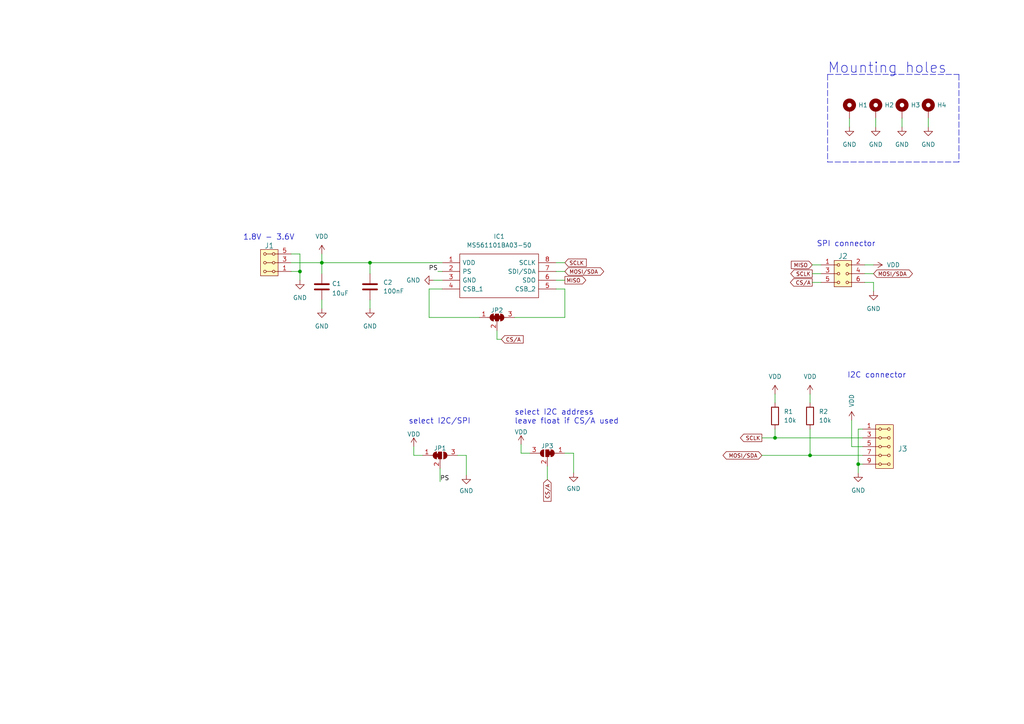
<source format=kicad_sch>
(kicad_sch (version 20211123) (generator eeschema)

  (uuid 2b38a218-6231-4c8d-9ffe-42598e56f102)

  (paper "A4")

  (lib_symbols
    (symbol "Device:C" (pin_numbers hide) (pin_names (offset 0.254)) (in_bom yes) (on_board yes)
      (property "Reference" "C" (id 0) (at 0.635 2.54 0)
        (effects (font (size 1.27 1.27)) (justify left))
      )
      (property "Value" "C" (id 1) (at 0.635 -2.54 0)
        (effects (font (size 1.27 1.27)) (justify left))
      )
      (property "Footprint" "" (id 2) (at 0.9652 -3.81 0)
        (effects (font (size 1.27 1.27)) hide)
      )
      (property "Datasheet" "~" (id 3) (at 0 0 0)
        (effects (font (size 1.27 1.27)) hide)
      )
      (property "ki_keywords" "cap capacitor" (id 4) (at 0 0 0)
        (effects (font (size 1.27 1.27)) hide)
      )
      (property "ki_description" "Unpolarized capacitor" (id 5) (at 0 0 0)
        (effects (font (size 1.27 1.27)) hide)
      )
      (property "ki_fp_filters" "C_*" (id 6) (at 0 0 0)
        (effects (font (size 1.27 1.27)) hide)
      )
      (symbol "C_0_1"
        (polyline
          (pts
            (xy -2.032 -0.762)
            (xy 2.032 -0.762)
          )
          (stroke (width 0.508) (type default) (color 0 0 0 0))
          (fill (type none))
        )
        (polyline
          (pts
            (xy -2.032 0.762)
            (xy 2.032 0.762)
          )
          (stroke (width 0.508) (type default) (color 0 0 0 0))
          (fill (type none))
        )
      )
      (symbol "C_1_1"
        (pin passive line (at 0 3.81 270) (length 2.794)
          (name "~" (effects (font (size 1.27 1.27))))
          (number "1" (effects (font (size 1.27 1.27))))
        )
        (pin passive line (at 0 -3.81 90) (length 2.794)
          (name "~" (effects (font (size 1.27 1.27))))
          (number "2" (effects (font (size 1.27 1.27))))
        )
      )
    )
    (symbol "Device:R" (pin_numbers hide) (pin_names (offset 0)) (in_bom yes) (on_board yes)
      (property "Reference" "R" (id 0) (at 2.032 0 90)
        (effects (font (size 1.27 1.27)))
      )
      (property "Value" "R" (id 1) (at 0 0 90)
        (effects (font (size 1.27 1.27)))
      )
      (property "Footprint" "" (id 2) (at -1.778 0 90)
        (effects (font (size 1.27 1.27)) hide)
      )
      (property "Datasheet" "~" (id 3) (at 0 0 0)
        (effects (font (size 1.27 1.27)) hide)
      )
      (property "ki_keywords" "R res resistor" (id 4) (at 0 0 0)
        (effects (font (size 1.27 1.27)) hide)
      )
      (property "ki_description" "Resistor" (id 5) (at 0 0 0)
        (effects (font (size 1.27 1.27)) hide)
      )
      (property "ki_fp_filters" "R_*" (id 6) (at 0 0 0)
        (effects (font (size 1.27 1.27)) hide)
      )
      (symbol "R_0_1"
        (rectangle (start -1.016 -2.54) (end 1.016 2.54)
          (stroke (width 0.254) (type default) (color 0 0 0 0))
          (fill (type none))
        )
      )
      (symbol "R_1_1"
        (pin passive line (at 0 3.81 270) (length 1.27)
          (name "~" (effects (font (size 1.27 1.27))))
          (number "1" (effects (font (size 1.27 1.27))))
        )
        (pin passive line (at 0 -3.81 90) (length 1.27)
          (name "~" (effects (font (size 1.27 1.27))))
          (number "2" (effects (font (size 1.27 1.27))))
        )
      )
    )
    (symbol "GND_1" (power) (pin_names (offset 0)) (in_bom yes) (on_board yes)
      (property "Reference" "#PWR" (id 0) (at 0 -6.35 0)
        (effects (font (size 1.27 1.27)) hide)
      )
      (property "Value" "GND_1" (id 1) (at 0 -3.81 0)
        (effects (font (size 1.27 1.27)))
      )
      (property "Footprint" "" (id 2) (at 0 0 0)
        (effects (font (size 1.27 1.27)) hide)
      )
      (property "Datasheet" "" (id 3) (at 0 0 0)
        (effects (font (size 1.27 1.27)) hide)
      )
      (property "ki_keywords" "global power" (id 4) (at 0 0 0)
        (effects (font (size 1.27 1.27)) hide)
      )
      (property "ki_description" "Power symbol creates a global label with name \"GND\" , ground" (id 5) (at 0 0 0)
        (effects (font (size 1.27 1.27)) hide)
      )
      (symbol "GND_1_0_1"
        (polyline
          (pts
            (xy 0 0)
            (xy 0 -1.27)
            (xy 1.27 -1.27)
            (xy 0 -2.54)
            (xy -1.27 -1.27)
            (xy 0 -1.27)
          )
          (stroke (width 0) (type default) (color 0 0 0 0))
          (fill (type none))
        )
      )
      (symbol "GND_1_1_1"
        (pin power_in line (at 0 0 270) (length 0) hide
          (name "GND" (effects (font (size 1.27 1.27))))
          (number "1" (effects (font (size 1.27 1.27))))
        )
      )
    )
    (symbol "GND_2" (power) (pin_names (offset 0)) (in_bom yes) (on_board yes)
      (property "Reference" "#PWR" (id 0) (at 0 -6.35 0)
        (effects (font (size 1.27 1.27)) hide)
      )
      (property "Value" "GND_2" (id 1) (at 0 -3.81 0)
        (effects (font (size 1.27 1.27)))
      )
      (property "Footprint" "" (id 2) (at 0 0 0)
        (effects (font (size 1.27 1.27)) hide)
      )
      (property "Datasheet" "" (id 3) (at 0 0 0)
        (effects (font (size 1.27 1.27)) hide)
      )
      (property "ki_keywords" "global power" (id 4) (at 0 0 0)
        (effects (font (size 1.27 1.27)) hide)
      )
      (property "ki_description" "Power symbol creates a global label with name \"GND\" , ground" (id 5) (at 0 0 0)
        (effects (font (size 1.27 1.27)) hide)
      )
      (symbol "GND_2_0_1"
        (polyline
          (pts
            (xy 0 0)
            (xy 0 -1.27)
            (xy 1.27 -1.27)
            (xy 0 -2.54)
            (xy -1.27 -1.27)
            (xy 0 -1.27)
          )
          (stroke (width 0) (type default) (color 0 0 0 0))
          (fill (type none))
        )
      )
      (symbol "GND_2_1_1"
        (pin power_in line (at 0 0 270) (length 0) hide
          (name "GND" (effects (font (size 1.27 1.27))))
          (number "1" (effects (font (size 1.27 1.27))))
        )
      )
    )
    (symbol "GND_3" (power) (pin_names (offset 0)) (in_bom yes) (on_board yes)
      (property "Reference" "#PWR" (id 0) (at 0 -6.35 0)
        (effects (font (size 1.27 1.27)) hide)
      )
      (property "Value" "GND_3" (id 1) (at 0 -3.81 0)
        (effects (font (size 1.27 1.27)))
      )
      (property "Footprint" "" (id 2) (at 0 0 0)
        (effects (font (size 1.27 1.27)) hide)
      )
      (property "Datasheet" "" (id 3) (at 0 0 0)
        (effects (font (size 1.27 1.27)) hide)
      )
      (property "ki_keywords" "global power" (id 4) (at 0 0 0)
        (effects (font (size 1.27 1.27)) hide)
      )
      (property "ki_description" "Power symbol creates a global label with name \"GND\" , ground" (id 5) (at 0 0 0)
        (effects (font (size 1.27 1.27)) hide)
      )
      (symbol "GND_3_0_1"
        (polyline
          (pts
            (xy 0 0)
            (xy 0 -1.27)
            (xy 1.27 -1.27)
            (xy 0 -2.54)
            (xy -1.27 -1.27)
            (xy 0 -1.27)
          )
          (stroke (width 0) (type default) (color 0 0 0 0))
          (fill (type none))
        )
      )
      (symbol "GND_3_1_1"
        (pin power_in line (at 0 0 270) (length 0) hide
          (name "GND" (effects (font (size 1.27 1.27))))
          (number "1" (effects (font (size 1.27 1.27))))
        )
      )
    )
    (symbol "Jumper:SolderJumper_3_Bridged12" (pin_names (offset 0) hide) (in_bom yes) (on_board yes)
      (property "Reference" "JP" (id 0) (at -2.54 -2.54 0)
        (effects (font (size 1.27 1.27)))
      )
      (property "Value" "SolderJumper_3_Bridged12" (id 1) (at 0 2.794 0)
        (effects (font (size 1.27 1.27)))
      )
      (property "Footprint" "" (id 2) (at 0 0 0)
        (effects (font (size 1.27 1.27)) hide)
      )
      (property "Datasheet" "~" (id 3) (at 0 0 0)
        (effects (font (size 1.27 1.27)) hide)
      )
      (property "ki_keywords" "Solder Jumper SPDT" (id 4) (at 0 0 0)
        (effects (font (size 1.27 1.27)) hide)
      )
      (property "ki_description" "3-pole Solder Jumper, pins 1+2 closed/bridged" (id 5) (at 0 0 0)
        (effects (font (size 1.27 1.27)) hide)
      )
      (property "ki_fp_filters" "SolderJumper*Bridged12*" (id 6) (at 0 0 0)
        (effects (font (size 1.27 1.27)) hide)
      )
      (symbol "SolderJumper_3_Bridged12_0_1"
        (rectangle (start -1.016 0.508) (end -0.508 -0.508)
          (stroke (width 0) (type default) (color 0 0 0 0))
          (fill (type outline))
        )
        (arc (start -1.016 1.016) (mid -2.032 0) (end -1.016 -1.016)
          (stroke (width 0) (type default) (color 0 0 0 0))
          (fill (type none))
        )
        (arc (start -1.016 1.016) (mid -2.032 0) (end -1.016 -1.016)
          (stroke (width 0) (type default) (color 0 0 0 0))
          (fill (type outline))
        )
        (rectangle (start -0.508 1.016) (end 0.508 -1.016)
          (stroke (width 0) (type default) (color 0 0 0 0))
          (fill (type outline))
        )
        (polyline
          (pts
            (xy -2.54 0)
            (xy -2.032 0)
          )
          (stroke (width 0) (type default) (color 0 0 0 0))
          (fill (type none))
        )
        (polyline
          (pts
            (xy -1.016 1.016)
            (xy -1.016 -1.016)
          )
          (stroke (width 0) (type default) (color 0 0 0 0))
          (fill (type none))
        )
        (polyline
          (pts
            (xy 0 -1.27)
            (xy 0 -1.016)
          )
          (stroke (width 0) (type default) (color 0 0 0 0))
          (fill (type none))
        )
        (polyline
          (pts
            (xy 1.016 1.016)
            (xy 1.016 -1.016)
          )
          (stroke (width 0) (type default) (color 0 0 0 0))
          (fill (type none))
        )
        (polyline
          (pts
            (xy 2.54 0)
            (xy 2.032 0)
          )
          (stroke (width 0) (type default) (color 0 0 0 0))
          (fill (type none))
        )
        (arc (start 1.016 -1.016) (mid 2.032 0) (end 1.016 1.016)
          (stroke (width 0) (type default) (color 0 0 0 0))
          (fill (type none))
        )
        (arc (start 1.016 -1.016) (mid 2.032 0) (end 1.016 1.016)
          (stroke (width 0) (type default) (color 0 0 0 0))
          (fill (type outline))
        )
      )
      (symbol "SolderJumper_3_Bridged12_1_1"
        (pin passive line (at -5.08 0 0) (length 2.54)
          (name "A" (effects (font (size 1.27 1.27))))
          (number "1" (effects (font (size 1.27 1.27))))
        )
        (pin passive line (at 0 -3.81 90) (length 2.54)
          (name "C" (effects (font (size 1.27 1.27))))
          (number "2" (effects (font (size 1.27 1.27))))
        )
        (pin passive line (at 5.08 0 180) (length 2.54)
          (name "B" (effects (font (size 1.27 1.27))))
          (number "3" (effects (font (size 1.27 1.27))))
        )
      )
    )
    (symbol "Jumper:SolderJumper_3_Bridged123" (pin_names (offset 0) hide) (in_bom yes) (on_board yes)
      (property "Reference" "JP" (id 0) (at -2.54 -2.54 0)
        (effects (font (size 1.27 1.27)))
      )
      (property "Value" "SolderJumper_3_Bridged123" (id 1) (at 0 2.794 0)
        (effects (font (size 1.27 1.27)))
      )
      (property "Footprint" "" (id 2) (at 0 0 0)
        (effects (font (size 1.27 1.27)) hide)
      )
      (property "Datasheet" "~" (id 3) (at 0 0 0)
        (effects (font (size 1.27 1.27)) hide)
      )
      (property "ki_keywords" "Solder Jumper SPDT" (id 4) (at 0 0 0)
        (effects (font (size 1.27 1.27)) hide)
      )
      (property "ki_description" "Solder Jumper, 3-pole, pins 1+2+3 closed/bridged" (id 5) (at 0 0 0)
        (effects (font (size 1.27 1.27)) hide)
      )
      (property "ki_fp_filters" "SolderJumper*Bridged123*" (id 6) (at 0 0 0)
        (effects (font (size 1.27 1.27)) hide)
      )
      (symbol "SolderJumper_3_Bridged123_0_1"
        (rectangle (start -1.016 0.508) (end -0.508 -0.508)
          (stroke (width 0) (type default) (color 0 0 0 0))
          (fill (type outline))
        )
        (arc (start -1.016 1.016) (mid -2.032 0) (end -1.016 -1.016)
          (stroke (width 0) (type default) (color 0 0 0 0))
          (fill (type none))
        )
        (arc (start -1.016 1.016) (mid -2.032 0) (end -1.016 -1.016)
          (stroke (width 0) (type default) (color 0 0 0 0))
          (fill (type outline))
        )
        (rectangle (start -0.508 1.016) (end 0.508 -1.016)
          (stroke (width 0) (type default) (color 0 0 0 0))
          (fill (type outline))
        )
        (polyline
          (pts
            (xy -2.54 0)
            (xy -2.032 0)
          )
          (stroke (width 0) (type default) (color 0 0 0 0))
          (fill (type none))
        )
        (polyline
          (pts
            (xy -1.016 1.016)
            (xy -1.016 -1.016)
          )
          (stroke (width 0) (type default) (color 0 0 0 0))
          (fill (type none))
        )
        (polyline
          (pts
            (xy 0 -1.27)
            (xy 0 -1.016)
          )
          (stroke (width 0) (type default) (color 0 0 0 0))
          (fill (type none))
        )
        (polyline
          (pts
            (xy 1.016 1.016)
            (xy 1.016 -1.016)
          )
          (stroke (width 0) (type default) (color 0 0 0 0))
          (fill (type none))
        )
        (polyline
          (pts
            (xy 2.54 0)
            (xy 2.032 0)
          )
          (stroke (width 0) (type default) (color 0 0 0 0))
          (fill (type none))
        )
        (rectangle (start 0.508 0.508) (end 1.016 -0.508)
          (stroke (width 0) (type default) (color 0 0 0 0))
          (fill (type outline))
        )
        (arc (start 1.016 -1.016) (mid 2.032 0) (end 1.016 1.016)
          (stroke (width 0) (type default) (color 0 0 0 0))
          (fill (type none))
        )
        (arc (start 1.016 -1.016) (mid 2.032 0) (end 1.016 1.016)
          (stroke (width 0) (type default) (color 0 0 0 0))
          (fill (type outline))
        )
      )
      (symbol "SolderJumper_3_Bridged123_1_1"
        (pin passive line (at -5.08 0 0) (length 2.54)
          (name "A" (effects (font (size 1.27 1.27))))
          (number "1" (effects (font (size 1.27 1.27))))
        )
        (pin passive line (at 0 -3.81 90) (length 2.54)
          (name "C" (effects (font (size 1.27 1.27))))
          (number "2" (effects (font (size 1.27 1.27))))
        )
        (pin passive line (at 5.08 0 180) (length 2.54)
          (name "B" (effects (font (size 1.27 1.27))))
          (number "3" (effects (font (size 1.27 1.27))))
        )
      )
    )
    (symbol "MLAB_HEADER:HEADER_2x03" (pin_names (offset 1.016)) (in_bom yes) (on_board yes)
      (property "Reference" "J" (id 0) (at 0 -5.08 0)
        (effects (font (size 1.524 1.524)))
      )
      (property "Value" "HEADER_2x03" (id 1) (at 0 5.08 0)
        (effects (font (size 1.524 1.524)))
      )
      (property "Footprint" "" (id 2) (at 0 2.54 0)
        (effects (font (size 1.524 1.524)))
      )
      (property "Datasheet" "" (id 3) (at 0 2.54 0)
        (effects (font (size 1.524 1.524)))
      )
      (property "ki_keywords" "2x03, header, connector, pinheader" (id 4) (at 0 0 0)
        (effects (font (size 1.27 1.27)) hide)
      )
      (property "ki_description" "2x03 2.54 mm pitch header" (id 5) (at 0 0 0)
        (effects (font (size 1.27 1.27)) hide)
      )
      (symbol "HEADER_2x03_0_1"
        (rectangle (start -2.54 3.81) (end 2.54 -3.81)
          (stroke (width 0) (type default) (color 0 0 0 0))
          (fill (type background))
        )
        (circle (center -1.27 -2.54) (radius 0.381)
          (stroke (width 0) (type default) (color 0 0 0 0))
          (fill (type none))
        )
        (circle (center -1.27 0) (radius 0.381)
          (stroke (width 0) (type default) (color 0 0 0 0))
          (fill (type none))
        )
        (circle (center -1.27 2.54) (radius 0.381)
          (stroke (width 0) (type default) (color 0 0 0 0))
          (fill (type none))
        )
        (polyline
          (pts
            (xy -1.651 -2.54)
            (xy -2.54 -2.54)
          )
          (stroke (width 0) (type default) (color 0 0 0 0))
          (fill (type none))
        )
        (polyline
          (pts
            (xy -1.651 0)
            (xy -2.54 0)
          )
          (stroke (width 0) (type default) (color 0 0 0 0))
          (fill (type none))
        )
        (polyline
          (pts
            (xy -1.651 2.54)
            (xy -2.54 2.54)
          )
          (stroke (width 0) (type default) (color 0 0 0 0))
          (fill (type none))
        )
        (polyline
          (pts
            (xy 1.651 -2.54)
            (xy 2.54 -2.54)
          )
          (stroke (width 0) (type default) (color 0 0 0 0))
          (fill (type none))
        )
        (polyline
          (pts
            (xy 1.651 0)
            (xy 2.54 0)
          )
          (stroke (width 0) (type default) (color 0 0 0 0))
          (fill (type none))
        )
        (polyline
          (pts
            (xy 1.651 2.54)
            (xy 2.54 2.54)
          )
          (stroke (width 0) (type default) (color 0 0 0 0))
          (fill (type none))
        )
        (circle (center 1.27 -2.54) (radius 0.381)
          (stroke (width 0) (type default) (color 0 0 0 0))
          (fill (type none))
        )
        (circle (center 1.27 0) (radius 0.381)
          (stroke (width 0) (type default) (color 0 0 0 0))
          (fill (type none))
        )
        (circle (center 1.27 2.54) (radius 0.381)
          (stroke (width 0) (type default) (color 0 0 0 0))
          (fill (type none))
        )
      )
      (symbol "HEADER_2x03_1_1"
        (pin input line (at -6.35 2.54 0) (length 3.81)
          (name "~" (effects (font (size 1.27 1.27))))
          (number "1" (effects (font (size 1.27 1.27))))
        )
        (pin input line (at 6.35 2.54 180) (length 3.81)
          (name "~" (effects (font (size 1.27 1.27))))
          (number "2" (effects (font (size 1.27 1.27))))
        )
        (pin input line (at -6.35 0 0) (length 3.81)
          (name "~" (effects (font (size 1.27 1.27))))
          (number "3" (effects (font (size 1.27 1.27))))
        )
        (pin input line (at 6.35 0 180) (length 3.81)
          (name "~" (effects (font (size 1.27 1.27))))
          (number "4" (effects (font (size 1.27 1.27))))
        )
        (pin input line (at -6.35 -2.54 0) (length 3.81)
          (name "~" (effects (font (size 1.27 1.27))))
          (number "5" (effects (font (size 1.27 1.27))))
        )
        (pin input line (at 6.35 -2.54 180) (length 3.81)
          (name "~" (effects (font (size 1.27 1.27))))
          (number "6" (effects (font (size 1.27 1.27))))
        )
      )
    )
    (symbol "MLAB_HEADER:HEADER_2x03_PARALLEL" (pin_names (offset 1.016)) (in_bom yes) (on_board yes)
      (property "Reference" "J" (id 0) (at 0 -5.08 0)
        (effects (font (size 1.524 1.524)))
      )
      (property "Value" "HEADER_2x03_PARALLEL" (id 1) (at 0 5.08 0)
        (effects (font (size 1.524 1.524)))
      )
      (property "Footprint" "" (id 2) (at 0 2.54 0)
        (effects (font (size 1.524 1.524)))
      )
      (property "Datasheet" "" (id 3) (at 0 2.54 0)
        (effects (font (size 1.524 1.524)))
      )
      (property "ki_keywords" "2x03, header, connector, pinheader" (id 4) (at 0 0 0)
        (effects (font (size 1.27 1.27)) hide)
      )
      (property "ki_description" "2x03 2.54 mm pitch header, 2 pins next to each other are connected" (id 5) (at 0 0 0)
        (effects (font (size 1.27 1.27)) hide)
      )
      (symbol "HEADER_2x03_PARALLEL_0_1"
        (rectangle (start -2.54 3.81) (end 2.54 -3.81)
          (stroke (width 0) (type default) (color 0 0 0 0))
          (fill (type background))
        )
        (circle (center -1.27 -2.54) (radius 0.381)
          (stroke (width 0) (type default) (color 0 0 0 0))
          (fill (type none))
        )
        (circle (center -1.27 0) (radius 0.381)
          (stroke (width 0) (type default) (color 0 0 0 0))
          (fill (type none))
        )
        (circle (center -1.27 2.54) (radius 0.381)
          (stroke (width 0) (type default) (color 0 0 0 0))
          (fill (type none))
        )
        (polyline
          (pts
            (xy -1.651 -2.54)
            (xy -2.54 -2.54)
          )
          (stroke (width 0) (type default) (color 0 0 0 0))
          (fill (type none))
        )
        (polyline
          (pts
            (xy -1.651 0)
            (xy -2.54 0)
          )
          (stroke (width 0) (type default) (color 0 0 0 0))
          (fill (type none))
        )
        (polyline
          (pts
            (xy -1.651 2.54)
            (xy -2.54 2.54)
          )
          (stroke (width 0) (type default) (color 0 0 0 0))
          (fill (type none))
        )
        (polyline
          (pts
            (xy -0.889 -2.54)
            (xy 0.889 -2.54)
          )
          (stroke (width 0) (type default) (color 0 0 0 0))
          (fill (type none))
        )
        (polyline
          (pts
            (xy -0.889 0)
            (xy 0.889 0)
          )
          (stroke (width 0) (type default) (color 0 0 0 0))
          (fill (type none))
        )
        (polyline
          (pts
            (xy -0.889 2.54)
            (xy 0.889 2.54)
          )
          (stroke (width 0) (type default) (color 0 0 0 0))
          (fill (type none))
        )
        (circle (center 1.27 -2.54) (radius 0.381)
          (stroke (width 0) (type default) (color 0 0 0 0))
          (fill (type none))
        )
        (circle (center 1.27 0) (radius 0.381)
          (stroke (width 0) (type default) (color 0 0 0 0))
          (fill (type none))
        )
        (circle (center 1.27 2.54) (radius 0.381)
          (stroke (width 0) (type default) (color 0 0 0 0))
          (fill (type none))
        )
      )
      (symbol "HEADER_2x03_PARALLEL_1_1"
        (pin input line (at -6.35 2.54 0) (length 3.81)
          (name "~" (effects (font (size 1.27 1.27))))
          (number "1" (effects (font (size 1.27 1.27))))
        )
        (pin input line (at -6.35 2.54 0) (length 3.81) hide
          (name "~" (effects (font (size 1.27 1.27))))
          (number "2" (effects (font (size 1.27 1.27))))
        )
        (pin input line (at -6.35 0 0) (length 3.81)
          (name "~" (effects (font (size 1.27 1.27))))
          (number "3" (effects (font (size 1.27 1.27))))
        )
        (pin input line (at -6.35 0 0) (length 3.81) hide
          (name "~" (effects (font (size 1.27 1.27))))
          (number "4" (effects (font (size 1.27 1.27))))
        )
        (pin input line (at -6.35 -2.54 0) (length 3.81)
          (name "~" (effects (font (size 1.27 1.27))))
          (number "5" (effects (font (size 1.27 1.27))))
        )
        (pin input line (at -6.35 -2.54 0) (length 3.81) hide
          (name "~" (effects (font (size 1.27 1.27))))
          (number "6" (effects (font (size 1.27 1.27))))
        )
      )
    )
    (symbol "MLAB_HEADER:HEADER_2x05_PARALLEL" (pin_names (offset 1.016)) (in_bom yes) (on_board yes)
      (property "Reference" "J" (id 0) (at 0 -7.62 0)
        (effects (font (size 1.524 1.524)))
      )
      (property "Value" "HEADER_2x05_PARALLEL" (id 1) (at 0 7.62 0)
        (effects (font (size 1.524 1.524)))
      )
      (property "Footprint" "" (id 2) (at 0 5.08 0)
        (effects (font (size 1.524 1.524)))
      )
      (property "Datasheet" "" (id 3) (at 0 5.08 0)
        (effects (font (size 1.524 1.524)))
      )
      (property "ki_keywords" "2x05, header, connector, pinheader" (id 4) (at 0 0 0)
        (effects (font (size 1.27 1.27)) hide)
      )
      (property "ki_description" "2x05 2.54 mm pitch header, 2 pins next to each other are connected" (id 5) (at 0 0 0)
        (effects (font (size 1.27 1.27)) hide)
      )
      (symbol "HEADER_2x05_PARALLEL_0_1"
        (rectangle (start -2.54 6.35) (end 2.54 -6.35)
          (stroke (width 0) (type default) (color 0 0 0 0))
          (fill (type background))
        )
        (circle (center -1.27 -5.08) (radius 0.381)
          (stroke (width 0) (type default) (color 0 0 0 0))
          (fill (type none))
        )
        (circle (center -1.27 -2.54) (radius 0.381)
          (stroke (width 0) (type default) (color 0 0 0 0))
          (fill (type none))
        )
        (circle (center -1.27 0) (radius 0.381)
          (stroke (width 0) (type default) (color 0 0 0 0))
          (fill (type none))
        )
        (circle (center -1.27 2.54) (radius 0.381)
          (stroke (width 0) (type default) (color 0 0 0 0))
          (fill (type none))
        )
        (circle (center -1.27 5.08) (radius 0.381)
          (stroke (width 0) (type default) (color 0 0 0 0))
          (fill (type none))
        )
        (polyline
          (pts
            (xy -1.651 -5.08)
            (xy -2.54 -5.08)
          )
          (stroke (width 0) (type default) (color 0 0 0 0))
          (fill (type none))
        )
        (polyline
          (pts
            (xy -1.651 -2.54)
            (xy -2.54 -2.54)
          )
          (stroke (width 0) (type default) (color 0 0 0 0))
          (fill (type none))
        )
        (polyline
          (pts
            (xy -1.651 0)
            (xy -2.54 0)
          )
          (stroke (width 0) (type default) (color 0 0 0 0))
          (fill (type none))
        )
        (polyline
          (pts
            (xy -1.651 2.54)
            (xy -2.54 2.54)
          )
          (stroke (width 0) (type default) (color 0 0 0 0))
          (fill (type none))
        )
        (polyline
          (pts
            (xy -1.651 5.08)
            (xy -2.54 5.08)
          )
          (stroke (width 0) (type default) (color 0 0 0 0))
          (fill (type none))
        )
        (polyline
          (pts
            (xy -0.889 -5.08)
            (xy 0.889 -5.08)
          )
          (stroke (width 0) (type default) (color 0 0 0 0))
          (fill (type none))
        )
        (polyline
          (pts
            (xy -0.889 -2.54)
            (xy 0.889 -2.54)
          )
          (stroke (width 0) (type default) (color 0 0 0 0))
          (fill (type none))
        )
        (polyline
          (pts
            (xy -0.889 0)
            (xy 0.889 0)
          )
          (stroke (width 0) (type default) (color 0 0 0 0))
          (fill (type none))
        )
        (polyline
          (pts
            (xy -0.889 2.54)
            (xy 0.889 2.54)
          )
          (stroke (width 0) (type default) (color 0 0 0 0))
          (fill (type none))
        )
        (polyline
          (pts
            (xy -0.889 5.08)
            (xy 0.889 5.08)
          )
          (stroke (width 0) (type default) (color 0 0 0 0))
          (fill (type none))
        )
        (circle (center 1.27 -5.08) (radius 0.381)
          (stroke (width 0) (type default) (color 0 0 0 0))
          (fill (type none))
        )
        (circle (center 1.27 -2.54) (radius 0.381)
          (stroke (width 0) (type default) (color 0 0 0 0))
          (fill (type none))
        )
        (circle (center 1.27 0) (radius 0.381)
          (stroke (width 0) (type default) (color 0 0 0 0))
          (fill (type none))
        )
        (circle (center 1.27 2.54) (radius 0.381)
          (stroke (width 0) (type default) (color 0 0 0 0))
          (fill (type none))
        )
        (circle (center 1.27 5.08) (radius 0.381)
          (stroke (width 0) (type default) (color 0 0 0 0))
          (fill (type none))
        )
      )
      (symbol "HEADER_2x05_PARALLEL_1_1"
        (pin input line (at -6.35 5.08 0) (length 3.81)
          (name "~" (effects (font (size 1.27 1.27))))
          (number "1" (effects (font (size 1.27 1.27))))
        )
        (pin input line (at -6.35 -5.08 0) (length 3.81) hide
          (name "~" (effects (font (size 1.27 1.27))))
          (number "10" (effects (font (size 1.27 1.27))))
        )
        (pin input line (at -6.35 5.08 0) (length 3.81) hide
          (name "~" (effects (font (size 1.27 1.27))))
          (number "2" (effects (font (size 1.27 1.27))))
        )
        (pin input line (at -6.35 2.54 0) (length 3.81)
          (name "~" (effects (font (size 1.27 1.27))))
          (number "3" (effects (font (size 1.27 1.27))))
        )
        (pin input line (at -6.35 2.54 0) (length 3.81) hide
          (name "~" (effects (font (size 1.27 1.27))))
          (number "4" (effects (font (size 1.27 1.27))))
        )
        (pin input line (at -6.35 0 0) (length 3.81)
          (name "~" (effects (font (size 1.27 1.27))))
          (number "5" (effects (font (size 1.27 1.27))))
        )
        (pin input line (at -6.35 0 0) (length 3.81) hide
          (name "~" (effects (font (size 1.27 1.27))))
          (number "6" (effects (font (size 1.27 1.27))))
        )
        (pin input line (at -6.35 -2.54 0) (length 3.81)
          (name "~" (effects (font (size 1.27 1.27))))
          (number "7" (effects (font (size 1.27 1.27))))
        )
        (pin input line (at -6.35 -2.54 0) (length 3.81) hide
          (name "~" (effects (font (size 1.27 1.27))))
          (number "8" (effects (font (size 1.27 1.27))))
        )
        (pin input line (at -6.35 -5.08 0) (length 3.81)
          (name "~" (effects (font (size 1.27 1.27))))
          (number "9" (effects (font (size 1.27 1.27))))
        )
      )
    )
    (symbol "MS561101BA03-50:MS561101BA03-50" (pin_names (offset 0.762)) (in_bom yes) (on_board yes)
      (property "Reference" "IC" (id 0) (at 29.21 7.62 0)
        (effects (font (size 1.27 1.27)) (justify left))
      )
      (property "Value" "MS561101BA03-50" (id 1) (at 29.21 5.08 0)
        (effects (font (size 1.27 1.27)) (justify left))
      )
      (property "Footprint" "MS561101BA03-50" (id 2) (at 29.21 2.54 0)
        (effects (font (size 1.27 1.27)) (justify left) hide)
      )
      (property "Datasheet" "http://www.te.com/usa-en/search.html?q=ms5611&source=header" (id 3) (at 29.21 0 0)
        (effects (font (size 1.27 1.27)) (justify left) hide)
      )
      (property "Description" "Sensor Pressure 1.2bar Barometric SMD MS561101BA03-50, Barometric Pressure Sensor, 1200mbar 0  3.6 V Output, 8-Pin QFN" (id 4) (at 29.21 -2.54 0)
        (effects (font (size 1.27 1.27)) (justify left) hide)
      )
      (property "Height" "" (id 5) (at 29.21 -5.08 0)
        (effects (font (size 1.27 1.27)) (justify left) hide)
      )
      (property "Mouser Part Number" "824-MS561101BA03-50" (id 6) (at 29.21 -7.62 0)
        (effects (font (size 1.27 1.27)) (justify left) hide)
      )
      (property "Mouser Price/Stock" "https://www.mouser.co.uk/ProductDetail/Measurement-Specialties/MS561101BA03-50?qs=%252BgKeJhng5iV%252BnCz6Qd5iDw%3D%3D" (id 7) (at 29.21 -10.16 0)
        (effects (font (size 1.27 1.27)) (justify left) hide)
      )
      (property "Manufacturer_Name" "TE Connectivity" (id 8) (at 29.21 -12.7 0)
        (effects (font (size 1.27 1.27)) (justify left) hide)
      )
      (property "Manufacturer_Part_Number" "MS561101BA03-50" (id 9) (at 29.21 -15.24 0)
        (effects (font (size 1.27 1.27)) (justify left) hide)
      )
      (property "ki_description" "Sensor Pressure 1.2bar Barometric SMD MS561101BA03-50, Barometric Pressure Sensor, 1200mbar 0  3.6 V Output, 8-Pin QFN" (id 10) (at 0 0 0)
        (effects (font (size 1.27 1.27)) hide)
      )
      (symbol "MS561101BA03-50_0_0"
        (pin power_in line (at 0 0 0) (length 5.08)
          (name "VDD" (effects (font (size 1.27 1.27))))
          (number "1" (effects (font (size 1.27 1.27))))
        )
        (pin input line (at 0 -2.54 0) (length 5.08)
          (name "PS" (effects (font (size 1.27 1.27))))
          (number "2" (effects (font (size 1.27 1.27))))
        )
        (pin power_in line (at 0 -5.08 0) (length 5.08)
          (name "GND" (effects (font (size 1.27 1.27))))
          (number "3" (effects (font (size 1.27 1.27))))
        )
        (pin input line (at 0 -7.62 0) (length 5.08)
          (name "CSB_1" (effects (font (size 1.27 1.27))))
          (number "4" (effects (font (size 1.27 1.27))))
        )
        (pin input line (at 33.02 -7.62 180) (length 5.08)
          (name "CSB_2" (effects (font (size 1.27 1.27))))
          (number "5" (effects (font (size 1.27 1.27))))
        )
        (pin output line (at 33.02 -5.08 180) (length 5.08)
          (name "SDO" (effects (font (size 1.27 1.27))))
          (number "6" (effects (font (size 1.27 1.27))))
        )
        (pin bidirectional line (at 33.02 -2.54 180) (length 5.08)
          (name "SDI/SDA" (effects (font (size 1.27 1.27))))
          (number "7" (effects (font (size 1.27 1.27))))
        )
        (pin input line (at 33.02 0 180) (length 5.08)
          (name "SCLK" (effects (font (size 1.27 1.27))))
          (number "8" (effects (font (size 1.27 1.27))))
        )
      )
      (symbol "MS561101BA03-50_0_1"
        (polyline
          (pts
            (xy 5.08 2.54)
            (xy 27.94 2.54)
            (xy 27.94 -10.16)
            (xy 5.08 -10.16)
            (xy 5.08 2.54)
          )
          (stroke (width 0.1524) (type default) (color 0 0 0 0))
          (fill (type none))
        )
      )
    )
    (symbol "Mechanical:MountingHole_Pad" (pin_numbers hide) (pin_names (offset 1.016) hide) (in_bom yes) (on_board yes)
      (property "Reference" "H" (id 0) (at 0 6.35 0)
        (effects (font (size 1.27 1.27)))
      )
      (property "Value" "MountingHole_Pad" (id 1) (at 0 4.445 0)
        (effects (font (size 1.27 1.27)))
      )
      (property "Footprint" "" (id 2) (at 0 0 0)
        (effects (font (size 1.27 1.27)) hide)
      )
      (property "Datasheet" "~" (id 3) (at 0 0 0)
        (effects (font (size 1.27 1.27)) hide)
      )
      (property "ki_keywords" "mounting hole" (id 4) (at 0 0 0)
        (effects (font (size 1.27 1.27)) hide)
      )
      (property "ki_description" "Mounting Hole with connection" (id 5) (at 0 0 0)
        (effects (font (size 1.27 1.27)) hide)
      )
      (property "ki_fp_filters" "MountingHole*Pad*" (id 6) (at 0 0 0)
        (effects (font (size 1.27 1.27)) hide)
      )
      (symbol "MountingHole_Pad_0_1"
        (circle (center 0 1.27) (radius 1.27)
          (stroke (width 1.27) (type default) (color 0 0 0 0))
          (fill (type none))
        )
      )
      (symbol "MountingHole_Pad_1_1"
        (pin input line (at 0 -2.54 90) (length 2.54)
          (name "1" (effects (font (size 1.27 1.27))))
          (number "1" (effects (font (size 1.27 1.27))))
        )
      )
    )
    (symbol "power:GND" (power) (pin_names (offset 0)) (in_bom yes) (on_board yes)
      (property "Reference" "#PWR" (id 0) (at 0 -6.35 0)
        (effects (font (size 1.27 1.27)) hide)
      )
      (property "Value" "GND" (id 1) (at 0 -3.81 0)
        (effects (font (size 1.27 1.27)))
      )
      (property "Footprint" "" (id 2) (at 0 0 0)
        (effects (font (size 1.27 1.27)) hide)
      )
      (property "Datasheet" "" (id 3) (at 0 0 0)
        (effects (font (size 1.27 1.27)) hide)
      )
      (property "ki_keywords" "global power" (id 4) (at 0 0 0)
        (effects (font (size 1.27 1.27)) hide)
      )
      (property "ki_description" "Power symbol creates a global label with name \"GND\" , ground" (id 5) (at 0 0 0)
        (effects (font (size 1.27 1.27)) hide)
      )
      (symbol "GND_0_1"
        (polyline
          (pts
            (xy 0 0)
            (xy 0 -1.27)
            (xy 1.27 -1.27)
            (xy 0 -2.54)
            (xy -1.27 -1.27)
            (xy 0 -1.27)
          )
          (stroke (width 0) (type default) (color 0 0 0 0))
          (fill (type none))
        )
      )
      (symbol "GND_1_1"
        (pin power_in line (at 0 0 270) (length 0) hide
          (name "GND" (effects (font (size 1.27 1.27))))
          (number "1" (effects (font (size 1.27 1.27))))
        )
      )
    )
    (symbol "power:VDD" (power) (pin_names (offset 0)) (in_bom yes) (on_board yes)
      (property "Reference" "#PWR" (id 0) (at 0 -3.81 0)
        (effects (font (size 1.27 1.27)) hide)
      )
      (property "Value" "VDD" (id 1) (at 0 3.81 0)
        (effects (font (size 1.27 1.27)))
      )
      (property "Footprint" "" (id 2) (at 0 0 0)
        (effects (font (size 1.27 1.27)) hide)
      )
      (property "Datasheet" "" (id 3) (at 0 0 0)
        (effects (font (size 1.27 1.27)) hide)
      )
      (property "ki_keywords" "global power" (id 4) (at 0 0 0)
        (effects (font (size 1.27 1.27)) hide)
      )
      (property "ki_description" "Power symbol creates a global label with name \"VDD\"" (id 5) (at 0 0 0)
        (effects (font (size 1.27 1.27)) hide)
      )
      (symbol "VDD_0_1"
        (polyline
          (pts
            (xy -0.762 1.27)
            (xy 0 2.54)
          )
          (stroke (width 0) (type default) (color 0 0 0 0))
          (fill (type none))
        )
        (polyline
          (pts
            (xy 0 0)
            (xy 0 2.54)
          )
          (stroke (width 0) (type default) (color 0 0 0 0))
          (fill (type none))
        )
        (polyline
          (pts
            (xy 0 2.54)
            (xy 0.762 1.27)
          )
          (stroke (width 0) (type default) (color 0 0 0 0))
          (fill (type none))
        )
      )
      (symbol "VDD_1_1"
        (pin power_in line (at 0 0 90) (length 0) hide
          (name "VDD" (effects (font (size 1.27 1.27))))
          (number "1" (effects (font (size 1.27 1.27))))
        )
      )
    )
  )


  (junction (at 93.345 76.2) (diameter 0) (color 0 0 0 0)
    (uuid 58c79971-e12a-4969-a345-5c8bb2b51c70)
  )
  (junction (at 107.315 76.2) (diameter 0) (color 0 0 0 0)
    (uuid 5a4d0559-1c22-4463-bf76-80f3a7d53b07)
  )
  (junction (at 248.92 134.62) (diameter 0) (color 0 0 0 0)
    (uuid 90deacb2-7226-4761-b432-6ca437bdfa6f)
  )
  (junction (at 86.995 78.74) (diameter 0) (color 0 0 0 0)
    (uuid 964920a8-c72c-45b4-a36a-fb65dc79f50a)
  )
  (junction (at 234.95 132.08) (diameter 0) (color 0 0 0 0)
    (uuid ac0c71d5-8d49-49d6-b903-dc75d397c980)
  )
  (junction (at 224.79 127) (diameter 0) (color 0 0 0 0)
    (uuid b5f910bc-c6d8-4a2e-8966-30ee96d65aba)
  )

  (wire (pts (xy 86.995 78.74) (xy 84.455 78.74))
    (stroke (width 0) (type default) (color 0 0 0 0))
    (uuid 008e69f1-dc4f-4486-8c73-d48ce919fb6d)
  )
  (wire (pts (xy 124.46 83.82) (xy 128.27 83.82))
    (stroke (width 0) (type default) (color 0 0 0 0))
    (uuid 039bf16f-146c-4b42-982d-2e0a0bc255bb)
  )
  (wire (pts (xy 132.715 132.08) (xy 135.255 132.08))
    (stroke (width 0) (type default) (color 0 0 0 0))
    (uuid 063ca325-000c-46b4-bcf1-934b265d7c17)
  )
  (wire (pts (xy 247.015 121.92) (xy 247.015 129.54))
    (stroke (width 0) (type default) (color 0 0 0 0))
    (uuid 09aefc4d-f2b6-4f20-a989-e2b14b56879f)
  )
  (wire (pts (xy 163.83 83.82) (xy 163.83 92.075))
    (stroke (width 0) (type default) (color 0 0 0 0))
    (uuid 0bfee11c-3985-490b-bd95-c7afbbde8f13)
  )
  (wire (pts (xy 125.73 81.28) (xy 128.27 81.28))
    (stroke (width 0) (type default) (color 0 0 0 0))
    (uuid 0d67b94e-e2fb-448a-81c8-9f292c2de574)
  )
  (wire (pts (xy 153.67 131.445) (xy 151.13 131.445))
    (stroke (width 0) (type default) (color 0 0 0 0))
    (uuid 11c97839-9a7d-48d4-8a71-749f7f29845a)
  )
  (wire (pts (xy 234.95 114.3) (xy 234.95 116.84))
    (stroke (width 0) (type default) (color 0 0 0 0))
    (uuid 1254ce2e-3393-47ea-9b48-37f27cb8b2cf)
  )
  (wire (pts (xy 107.315 76.2) (xy 107.315 79.375))
    (stroke (width 0) (type default) (color 0 0 0 0))
    (uuid 13321ae8-75de-4d8a-a58c-aadf0710f7a1)
  )
  (wire (pts (xy 161.29 76.2) (xy 163.83 76.2))
    (stroke (width 0) (type default) (color 0 0 0 0))
    (uuid 15344486-12a0-4ab5-8543-6ea8b859df57)
  )
  (wire (pts (xy 124.46 92.075) (xy 139.065 92.075))
    (stroke (width 0) (type default) (color 0 0 0 0))
    (uuid 18720001-7c53-41f1-8555-2cbca31f6eb0)
  )
  (wire (pts (xy 161.29 81.28) (xy 163.83 81.28))
    (stroke (width 0) (type default) (color 0 0 0 0))
    (uuid 1a718607-50c5-40de-aeed-cb96cb0fd3ab)
  )
  (wire (pts (xy 84.455 76.2) (xy 93.345 76.2))
    (stroke (width 0) (type default) (color 0 0 0 0))
    (uuid 1fc8defe-d472-4a8f-a480-2755b3864d19)
  )
  (polyline (pts (xy 240.03 21.59) (xy 278.13 21.59))
    (stroke (width 0) (type default) (color 0 0 0 0))
    (uuid 2227956b-f01e-459d-8204-fb1cf50598b1)
  )

  (wire (pts (xy 124.46 83.82) (xy 124.46 92.075))
    (stroke (width 0) (type default) (color 0 0 0 0))
    (uuid 26947b9c-2707-4d6b-877f-220840d54d5a)
  )
  (wire (pts (xy 151.13 131.445) (xy 151.13 128.905))
    (stroke (width 0) (type default) (color 0 0 0 0))
    (uuid 3644f2c8-9105-4c6b-8d4f-9d81a7dd1bec)
  )
  (wire (pts (xy 128.27 78.74) (xy 127 78.74))
    (stroke (width 0) (type default) (color 0 0 0 0))
    (uuid 36f4c9e7-d4c6-42a2-ba51-20741b01a8bc)
  )
  (wire (pts (xy 248.92 134.62) (xy 248.92 137.16))
    (stroke (width 0) (type default) (color 0 0 0 0))
    (uuid 3862e696-f9bb-488a-ae51-1580cb9d4f56)
  )
  (wire (pts (xy 234.95 124.46) (xy 234.95 132.08))
    (stroke (width 0) (type default) (color 0 0 0 0))
    (uuid 3d9c49c7-ce91-4448-b0ac-a89af7a24917)
  )
  (wire (pts (xy 235.585 81.915) (xy 238.125 81.915))
    (stroke (width 0) (type default) (color 0 0 0 0))
    (uuid 42da5f0a-eeda-4f41-aba6-79133984436a)
  )
  (wire (pts (xy 107.315 76.2) (xy 128.27 76.2))
    (stroke (width 0) (type default) (color 0 0 0 0))
    (uuid 447d5817-237a-48b7-b62d-bcb08744991e)
  )
  (wire (pts (xy 253.365 81.915) (xy 250.825 81.915))
    (stroke (width 0) (type default) (color 0 0 0 0))
    (uuid 44f56762-d8e4-4f85-9fee-0029a6c6b3de)
  )
  (wire (pts (xy 144.145 98.425) (xy 145.415 98.425))
    (stroke (width 0) (type default) (color 0 0 0 0))
    (uuid 4608876b-588a-468f-ae4f-e033c32c7513)
  )
  (wire (pts (xy 250.19 124.46) (xy 248.92 124.46))
    (stroke (width 0) (type default) (color 0 0 0 0))
    (uuid 4a6329d4-97f5-4c0a-bf52-94fa3a70e0f2)
  )
  (wire (pts (xy 135.255 132.08) (xy 135.255 137.795))
    (stroke (width 0) (type default) (color 0 0 0 0))
    (uuid 4beaad41-594b-4a1b-ba72-12b6f05affad)
  )
  (polyline (pts (xy 240.03 21.59) (xy 240.03 46.99))
    (stroke (width 0) (type default) (color 0 0 0 0))
    (uuid 54974636-c0ff-45fc-b75d-ea2ed78579ac)
  )

  (wire (pts (xy 224.79 124.46) (xy 224.79 127))
    (stroke (width 0) (type default) (color 0 0 0 0))
    (uuid 55afce1d-ff47-44de-ab8f-45e9105c52aa)
  )
  (wire (pts (xy 93.345 76.2) (xy 107.315 76.2))
    (stroke (width 0) (type default) (color 0 0 0 0))
    (uuid 55dd9d88-5ed3-4281-9bde-b1ee8b58eb0f)
  )
  (wire (pts (xy 93.345 73.66) (xy 93.345 76.2))
    (stroke (width 0) (type default) (color 0 0 0 0))
    (uuid 5c84d182-b408-41f0-9c69-4685e9d4d3b9)
  )
  (wire (pts (xy 127.635 135.89) (xy 127.635 139.7))
    (stroke (width 0) (type default) (color 0 0 0 0))
    (uuid 625c3b47-a827-48aa-9662-20a902d42ebc)
  )
  (wire (pts (xy 122.555 132.08) (xy 120.015 132.08))
    (stroke (width 0) (type default) (color 0 0 0 0))
    (uuid 667a99b1-c0eb-4ed2-b901-e2a1ac963abd)
  )
  (wire (pts (xy 235.585 76.835) (xy 238.125 76.835))
    (stroke (width 0) (type default) (color 0 0 0 0))
    (uuid 66b133d0-4944-4d83-ab0f-c4e5c00e3a1c)
  )
  (wire (pts (xy 220.98 132.08) (xy 234.95 132.08))
    (stroke (width 0) (type default) (color 0 0 0 0))
    (uuid 6a6b0d46-f229-47f5-9ef5-890ac2eb1f77)
  )
  (polyline (pts (xy 278.13 21.59) (xy 278.13 46.99))
    (stroke (width 0) (type default) (color 0 0 0 0))
    (uuid 6c43da0f-67c4-45ba-be6d-7beba8ee3c40)
  )

  (wire (pts (xy 250.825 79.375) (xy 253.365 79.375))
    (stroke (width 0) (type default) (color 0 0 0 0))
    (uuid 6da270b1-f331-4d94-b671-f26dd6f187b9)
  )
  (wire (pts (xy 235.585 79.375) (xy 238.125 79.375))
    (stroke (width 0) (type default) (color 0 0 0 0))
    (uuid 6f68adc9-a4dd-42ec-b3f8-d19983d85fe3)
  )
  (wire (pts (xy 254 34.29) (xy 254 36.83))
    (stroke (width 0) (type default) (color 0 0 0 0))
    (uuid 7672cd0a-0284-46c5-b2d3-55e0aecfa7ba)
  )
  (wire (pts (xy 220.98 127) (xy 224.79 127))
    (stroke (width 0) (type default) (color 0 0 0 0))
    (uuid 81936055-3fbc-4beb-9dcd-6349b7272062)
  )
  (wire (pts (xy 161.29 83.82) (xy 163.83 83.82))
    (stroke (width 0) (type default) (color 0 0 0 0))
    (uuid 81cf8d80-7674-4b74-8e26-8b8c5b090591)
  )
  (wire (pts (xy 166.37 131.445) (xy 166.37 137.16))
    (stroke (width 0) (type default) (color 0 0 0 0))
    (uuid 84b511d7-31f5-46b2-b177-71bcfd0d2e34)
  )
  (wire (pts (xy 250.19 129.54) (xy 247.015 129.54))
    (stroke (width 0) (type default) (color 0 0 0 0))
    (uuid 85cfa668-b1f0-4f24-b94a-95d34a2bc3a0)
  )
  (wire (pts (xy 158.75 135.255) (xy 158.75 139.065))
    (stroke (width 0) (type default) (color 0 0 0 0))
    (uuid 8a749989-39f5-4e56-b3e2-05dc175fafdd)
  )
  (wire (pts (xy 86.995 73.66) (xy 86.995 78.74))
    (stroke (width 0) (type default) (color 0 0 0 0))
    (uuid 8b34f2f9-67c3-44d7-95ec-c3ac05066813)
  )
  (wire (pts (xy 224.79 114.3) (xy 224.79 116.84))
    (stroke (width 0) (type default) (color 0 0 0 0))
    (uuid 8bd731b6-576c-4eff-8511-e18450c0a176)
  )
  (wire (pts (xy 93.345 86.995) (xy 93.345 89.535))
    (stroke (width 0) (type default) (color 0 0 0 0))
    (uuid 92fc947d-f4c4-4aa1-8670-05bc499af01c)
  )
  (wire (pts (xy 161.29 78.74) (xy 163.83 78.74))
    (stroke (width 0) (type default) (color 0 0 0 0))
    (uuid 96d7250f-09b0-4d48-98e5-4e1f843a05a7)
  )
  (wire (pts (xy 269.24 34.29) (xy 269.24 36.83))
    (stroke (width 0) (type default) (color 0 0 0 0))
    (uuid a27d57e8-26e2-4921-9a6c-261fdbbbbab8)
  )
  (wire (pts (xy 163.83 131.445) (xy 166.37 131.445))
    (stroke (width 0) (type default) (color 0 0 0 0))
    (uuid a31ac74b-6d1e-4779-9384-78f5c6d19376)
  )
  (wire (pts (xy 248.92 134.62) (xy 250.19 134.62))
    (stroke (width 0) (type default) (color 0 0 0 0))
    (uuid a53db07e-2027-49a6-a234-2fa4fecaff81)
  )
  (wire (pts (xy 107.315 86.995) (xy 107.315 89.535))
    (stroke (width 0) (type default) (color 0 0 0 0))
    (uuid b03f40eb-52ca-4ed1-add3-0f257d9af3a8)
  )
  (polyline (pts (xy 278.13 46.99) (xy 240.03 46.99))
    (stroke (width 0) (type default) (color 0 0 0 0))
    (uuid b1c9deca-e29f-424c-b0a1-d6e351f9b7f1)
  )

  (wire (pts (xy 248.92 124.46) (xy 248.92 134.62))
    (stroke (width 0) (type default) (color 0 0 0 0))
    (uuid b45b115a-36dd-49ae-bd3c-9209a4481f4f)
  )
  (wire (pts (xy 86.995 81.28) (xy 86.995 78.74))
    (stroke (width 0) (type default) (color 0 0 0 0))
    (uuid b50f520d-c392-4f62-8d50-7c2af5e2c0a3)
  )
  (wire (pts (xy 250.825 76.835) (xy 253.365 76.835))
    (stroke (width 0) (type default) (color 0 0 0 0))
    (uuid b622005e-e716-4001-9927-2d86a9e883c8)
  )
  (wire (pts (xy 84.455 73.66) (xy 86.995 73.66))
    (stroke (width 0) (type default) (color 0 0 0 0))
    (uuid b8d05b03-e2d1-4d65-a894-2053485a6135)
  )
  (wire (pts (xy 234.95 132.08) (xy 250.19 132.08))
    (stroke (width 0) (type default) (color 0 0 0 0))
    (uuid bafc9895-abfb-4e1a-8baa-eefa36c4e7ff)
  )
  (wire (pts (xy 163.83 92.075) (xy 149.225 92.075))
    (stroke (width 0) (type default) (color 0 0 0 0))
    (uuid bc4825ac-460b-4213-9c37-7ea6a67ef86c)
  )
  (wire (pts (xy 253.365 84.455) (xy 253.365 81.915))
    (stroke (width 0) (type default) (color 0 0 0 0))
    (uuid c49ff8e3-c75d-4ebc-9108-edc0fc4faf7f)
  )
  (wire (pts (xy 224.79 127) (xy 250.19 127))
    (stroke (width 0) (type default) (color 0 0 0 0))
    (uuid cb3e1812-4483-4936-bb27-64fed7934ff6)
  )
  (wire (pts (xy 120.015 132.08) (xy 120.015 129.54))
    (stroke (width 0) (type default) (color 0 0 0 0))
    (uuid cbe5063b-fa87-45ca-9686-6bbbab0a1deb)
  )
  (wire (pts (xy 246.38 34.29) (xy 246.38 36.83))
    (stroke (width 0) (type default) (color 0 0 0 0))
    (uuid d53a0d41-6e72-47d8-bcfd-f8881e45c430)
  )
  (wire (pts (xy 261.62 34.29) (xy 261.62 36.83))
    (stroke (width 0) (type default) (color 0 0 0 0))
    (uuid e5ca8168-fcfb-4859-8160-707b7c3b9d7e)
  )
  (wire (pts (xy 144.145 95.885) (xy 144.145 98.425))
    (stroke (width 0) (type default) (color 0 0 0 0))
    (uuid ebc6d391-29ba-41f8-8658-35b93d9893b3)
  )
  (wire (pts (xy 93.345 76.2) (xy 93.345 79.375))
    (stroke (width 0) (type default) (color 0 0 0 0))
    (uuid f03461a1-307c-4bfd-90e3-831641123f03)
  )

  (text "select I2C/SPI" (at 136.525 123.19 180)
    (effects (font (size 1.6 1.6)) (justify right bottom))
    (uuid 1ab7fe3d-090b-4b11-b564-6433cca204d3)
  )
  (text "Mounting holes" (at 240.03 21.59 0)
    (effects (font (size 3 3)) (justify left bottom))
    (uuid 75137637-5749-433d-b0df-740de53b97b0)
  )
  (text "SPI connector" (at 236.855 71.755 0)
    (effects (font (size 1.6 1.6)) (justify left bottom))
    (uuid 963e12fb-54ee-402d-a305-440e429307c8)
  )
  (text "select I2C address\nleave float if CS/A used" (at 149.225 123.19 0)
    (effects (font (size 1.6 1.6)) (justify left bottom))
    (uuid ac3a1625-f488-4dec-855f-caff078ae750)
  )
  (text "I2C connector" (at 245.745 109.855 0)
    (effects (font (size 1.6 1.6)) (justify left bottom))
    (uuid e5034ff7-9b0b-4e48-96d7-9e7ca28890f1)
  )
  (text "1.8V - 3.6V" (at 70.485 69.85 0)
    (effects (font (size 1.6 1.6)) (justify left bottom))
    (uuid f904e550-a5c3-4e90-b7db-74c05bc5733a)
  )

  (label "PS" (at 127 78.74 180)
    (effects (font (size 1.27 1.27)) (justify right bottom))
    (uuid 43fd9cc1-71ad-49d5-bc93-fcbda972439c)
  )
  (label "PS" (at 127.635 139.7 0)
    (effects (font (size 1.27 1.27)) (justify left bottom))
    (uuid 9bacf385-10c9-4577-9aef-7d5789ee0995)
  )

  (global_label "MOSI{slash}SDA" (shape bidirectional) (at 220.98 132.08 180) (fields_autoplaced)
    (effects (font (size 1.1 1.1)) (justify right))
    (uuid 0fd993e5-9dac-47b0-9f6d-527add2374a0)
    (property "Intersheet References" "${INTERSHEET_REFS}" (id 0) (at 210.6662 132.0113 0)
      (effects (font (size 1.1 1.1)) (justify right) hide)
    )
  )
  (global_label "MISO" (shape output) (at 163.83 81.28 0) (fields_autoplaced)
    (effects (font (size 1.1 1.1)) (justify left))
    (uuid 2bb939b0-cac9-4d44-ad8c-2f084936a7bf)
    (property "Intersheet References" "${INTERSHEET_REFS}" (id 0) (at 169.901 81.2113 0)
      (effects (font (size 1.1 1.1)) (justify left) hide)
    )
  )
  (global_label "SCLK" (shape output) (at 220.98 127 180) (fields_autoplaced)
    (effects (font (size 1.1 1.1)) (justify right))
    (uuid 351866a5-11a0-401e-8543-00c515e9d885)
    (property "Intersheet References" "${INTERSHEET_REFS}" (id 0) (at 214.7519 126.9313 0)
      (effects (font (size 1.1 1.1)) (justify right) hide)
    )
  )
  (global_label "MOSI{slash}SDA" (shape bidirectional) (at 163.83 78.74 0) (fields_autoplaced)
    (effects (font (size 1.1 1.1)) (justify left))
    (uuid 40262f9d-4987-4dd1-bc15-17c90f0d47ed)
    (property "Intersheet References" "${INTERSHEET_REFS}" (id 0) (at 174.1438 78.6713 0)
      (effects (font (size 1.1 1.1)) (justify left) hide)
    )
  )
  (global_label "CS{slash}A" (shape input) (at 145.415 98.425 0) (fields_autoplaced)
    (effects (font (size 1.1 1.1)) (justify left))
    (uuid 590737eb-0352-412d-9e2e-021b49a32971)
    (property "Intersheet References" "${INTERSHEET_REFS}" (id 0) (at 151.7479 98.3563 0)
      (effects (font (size 1.1 1.1)) (justify left) hide)
    )
  )
  (global_label "MOSI{slash}SDA" (shape bidirectional) (at 253.365 79.375 0) (fields_autoplaced)
    (effects (font (size 1.1 1.1)) (justify left))
    (uuid 7f34fc26-7570-4e29-a7fe-158141398a37)
    (property "Intersheet References" "${INTERSHEET_REFS}" (id 0) (at 263.6788 79.3063 0)
      (effects (font (size 1.1 1.1)) (justify left) hide)
    )
  )
  (global_label "MISO" (shape input) (at 235.585 76.835 180) (fields_autoplaced)
    (effects (font (size 1.1 1.1)) (justify right))
    (uuid 936d7490-efdd-437d-8923-a463c081a489)
    (property "Intersheet References" "${INTERSHEET_REFS}" (id 0) (at 229.514 76.7663 0)
      (effects (font (size 1.1 1.1)) (justify right) hide)
    )
  )
  (global_label "SCLK" (shape input) (at 163.83 76.2 0) (fields_autoplaced)
    (effects (font (size 1.1 1.1)) (justify left))
    (uuid 9a157cb6-9c9c-45e3-be2a-027d29a892f8)
    (property "Intersheet References" "${INTERSHEET_REFS}" (id 0) (at 170.0581 76.1313 0)
      (effects (font (size 1.1 1.1)) (justify left) hide)
    )
  )
  (global_label "CS{slash}A" (shape output) (at 235.585 81.915 180) (fields_autoplaced)
    (effects (font (size 1.1 1.1)) (justify right))
    (uuid d6f27e46-b2bd-438f-8dd9-9b513f1f04cd)
    (property "Intersheet References" "${INTERSHEET_REFS}" (id 0) (at 229.2521 81.8463 0)
      (effects (font (size 1.1 1.1)) (justify right) hide)
    )
  )
  (global_label "SCLK" (shape output) (at 235.585 79.375 180) (fields_autoplaced)
    (effects (font (size 1.1 1.1)) (justify right))
    (uuid e1c12420-656d-45a8-b9be-926a720f01b5)
    (property "Intersheet References" "${INTERSHEET_REFS}" (id 0) (at 229.3569 79.3063 0)
      (effects (font (size 1.1 1.1)) (justify right) hide)
    )
  )
  (global_label "CS{slash}A" (shape input) (at 158.75 139.065 270) (fields_autoplaced)
    (effects (font (size 1.1 1.1)) (justify right))
    (uuid f2d2a57c-b58b-4de8-82bc-1097b31c8304)
    (property "Intersheet References" "${INTERSHEET_REFS}" (id 0) (at 158.8187 145.3979 90)
      (effects (font (size 1.1 1.1)) (justify right) hide)
    )
  )

  (symbol (lib_id "Jumper:SolderJumper_3_Bridged12") (at 158.75 131.445 0) (mirror y) (unit 1)
    (in_bom yes) (on_board yes) (fields_autoplaced)
    (uuid 0a62873e-1f89-4b58-bf0c-fd0896fe225b)
    (property "Reference" "JP3" (id 0) (at 158.75 129.3645 0))
    (property "Value" "SolderJumper_3_Bridged12" (id 1) (at 158.75 129.3646 0)
      (effects (font (size 1.27 1.27)) hide)
    )
    (property "Footprint" "Jumper:SolderJumper-3_P1.3mm_Bridged12_RoundedPad1.0x1.5mm_NumberLabels" (id 2) (at 158.75 131.445 0)
      (effects (font (size 1.27 1.27)) hide)
    )
    (property "Datasheet" "~" (id 3) (at 158.75 131.445 0)
      (effects (font (size 1.27 1.27)) hide)
    )
    (pin "1" (uuid 8895e77b-18f1-41f3-b098-7ffac00c4a17))
    (pin "2" (uuid eb7b6c88-c656-42af-944f-fbad09a6c2b5))
    (pin "3" (uuid b5a98166-768d-4fec-b46a-51870c925372))
  )

  (symbol (lib_id "MLAB_HEADER:HEADER_2x05_PARALLEL") (at 256.54 129.54 0) (unit 1)
    (in_bom yes) (on_board yes) (fields_autoplaced)
    (uuid 0e1085fc-3623-4600-ac99-711202be1fa6)
    (property "Reference" "J3" (id 0) (at 260.35 130.175 0)
      (effects (font (size 1.524 1.524)) (justify left))
    )
    (property "Value" "HEADER_2x05_PARALLEL" (id 1) (at 260.35 132.08 0)
      (effects (font (size 1.524 1.524)) (justify left) hide)
    )
    (property "Footprint" "Mlab_Pin_Headers:Straight_2x05" (id 2) (at 256.54 124.46 0)
      (effects (font (size 1.524 1.524)) hide)
    )
    (property "Datasheet" "" (id 3) (at 256.54 124.46 0)
      (effects (font (size 1.524 1.524)))
    )
    (pin "1" (uuid dcaac0fc-227f-4c2e-b119-7334f073dba2))
    (pin "10" (uuid 4dfd562a-2792-4592-9309-9756fd181ab9))
    (pin "2" (uuid 514973fa-bec3-416e-a8e8-9cb47c1df94c))
    (pin "3" (uuid 32f98507-1eec-425c-bf31-2c3640395b29))
    (pin "4" (uuid 6faa5baf-8fa6-478d-9531-958b9102e55d))
    (pin "5" (uuid 0a52099a-10c7-4b7d-9bca-e3f4b94740c5))
    (pin "6" (uuid f056da80-4fad-43d8-a681-e8afc297d4de))
    (pin "7" (uuid a57c06b0-e8de-482f-9371-4305ae617ab6))
    (pin "8" (uuid 6e15cf21-3f01-4377-a445-127ab88167d2))
    (pin "9" (uuid 146f4fd7-4757-44d3-8575-04189b30bbbf))
  )

  (symbol (lib_id "power:GND") (at 135.255 137.795 0) (unit 1)
    (in_bom yes) (on_board yes) (fields_autoplaced)
    (uuid 1407f8d4-bf16-4581-b760-e6eb2e898062)
    (property "Reference" "#PWR07" (id 0) (at 135.255 144.145 0)
      (effects (font (size 1.27 1.27)) hide)
    )
    (property "Value" "GND" (id 1) (at 135.255 142.3575 0))
    (property "Footprint" "" (id 2) (at 135.255 137.795 0)
      (effects (font (size 1.27 1.27)) hide)
    )
    (property "Datasheet" "" (id 3) (at 135.255 137.795 0)
      (effects (font (size 1.27 1.27)) hide)
    )
    (pin "1" (uuid 422b3b21-89a2-406f-ade1-7a11f3bdd3f7))
  )

  (symbol (lib_id "power:VDD") (at 253.365 76.835 270) (unit 1)
    (in_bom yes) (on_board yes) (fields_autoplaced)
    (uuid 1bb5c938-182a-4532-861c-8524d517350a)
    (property "Reference" "#PWR017" (id 0) (at 249.555 76.835 0)
      (effects (font (size 1.27 1.27)) hide)
    )
    (property "Value" "VDD" (id 1) (at 257.175 76.8349 90)
      (effects (font (size 1.27 1.27)) (justify left))
    )
    (property "Footprint" "" (id 2) (at 253.365 76.835 0)
      (effects (font (size 1.27 1.27)) hide)
    )
    (property "Datasheet" "" (id 3) (at 253.365 76.835 0)
      (effects (font (size 1.27 1.27)) hide)
    )
    (pin "1" (uuid 6589d43a-f413-4a66-af40-19d7c905832b))
  )

  (symbol (lib_id "MLAB_HEADER:HEADER_2x03_PARALLEL") (at 78.105 76.2 180) (unit 1)
    (in_bom yes) (on_board yes)
    (uuid 23a5ea67-0dbc-4065-babd-d94e792da711)
    (property "Reference" "J1" (id 0) (at 78.105 71.2651 0)
      (effects (font (size 1.524 1.524)))
    )
    (property "Value" "HEADER_2x03_PARALLEL" (id 1) (at 78.105 71.2651 0)
      (effects (font (size 1.524 1.524)) hide)
    )
    (property "Footprint" "Mlab_Pin_Headers:Straight_2x03" (id 2) (at 77.47 76.2 0)
      (effects (font (size 1.524 1.524)) hide)
    )
    (property "Datasheet" "" (id 3) (at 78.105 78.74 0)
      (effects (font (size 1.524 1.524)))
    )
    (pin "1" (uuid f989bf8c-3fff-404a-8e1d-b639ee74f519))
    (pin "2" (uuid c77c85bd-5791-4215-a6f5-ee0efa3b96e2))
    (pin "3" (uuid 6ee3369b-4580-4efc-9295-956cd0b9935a))
    (pin "4" (uuid 745af7ae-ce43-467f-b324-f5e0bc43c7c6))
    (pin "5" (uuid cce5dcfd-83c3-4101-a1a2-9f1f04c47125))
    (pin "6" (uuid d6b60ba2-e900-45a7-8a28-a0f50cbb4716))
  )

  (symbol (lib_id "power:VDD") (at 120.015 129.54 0) (unit 1)
    (in_bom yes) (on_board yes) (fields_autoplaced)
    (uuid 241b614d-ea20-4b3c-9bcf-0fe28bfa77cb)
    (property "Reference" "#PWR05" (id 0) (at 120.015 133.35 0)
      (effects (font (size 1.27 1.27)) hide)
    )
    (property "Value" "VDD" (id 1) (at 120.015 125.9355 0))
    (property "Footprint" "" (id 2) (at 120.015 129.54 0)
      (effects (font (size 1.27 1.27)) hide)
    )
    (property "Datasheet" "" (id 3) (at 120.015 129.54 0)
      (effects (font (size 1.27 1.27)) hide)
    )
    (pin "1" (uuid 05e804d3-7bb5-4935-acfc-71f47f1e0e2c))
  )

  (symbol (lib_name "GND_3") (lib_id "power:GND") (at 93.345 89.535 0) (unit 1)
    (in_bom yes) (on_board yes) (fields_autoplaced)
    (uuid 248e96d4-3f3c-474d-9825-d081f363c8ce)
    (property "Reference" "#PWR03" (id 0) (at 93.345 95.885 0)
      (effects (font (size 1.27 1.27)) hide)
    )
    (property "Value" "GND" (id 1) (at 93.345 94.615 0))
    (property "Footprint" "" (id 2) (at 93.345 89.535 0)
      (effects (font (size 1.27 1.27)) hide)
    )
    (property "Datasheet" "" (id 3) (at 93.345 89.535 0)
      (effects (font (size 1.27 1.27)) hide)
    )
    (pin "1" (uuid f78cf2dd-3178-4acd-ad79-9e62484e97d7))
  )

  (symbol (lib_id "MLAB_HEADER:HEADER_2x03") (at 244.475 79.375 0) (unit 1)
    (in_bom yes) (on_board yes) (fields_autoplaced)
    (uuid 35849f21-653e-47cc-93db-d2c5fa6bebfa)
    (property "Reference" "J2" (id 0) (at 244.475 74.295 0)
      (effects (font (size 1.524 1.524)))
    )
    (property "Value" "HEADER_2x03" (id 1) (at 244.475 74.4401 0)
      (effects (font (size 1.524 1.524)) hide)
    )
    (property "Footprint" "Mlab_Pin_Headers:Straight_2x03" (id 2) (at 244.475 76.835 0)
      (effects (font (size 1.524 1.524)) hide)
    )
    (property "Datasheet" "" (id 3) (at 244.475 76.835 0)
      (effects (font (size 1.524 1.524)))
    )
    (pin "1" (uuid 9a00e072-9b76-4a4a-9ef1-c66976d443d9))
    (pin "2" (uuid de7506de-4a81-4d95-b5ba-5d3137b4591a))
    (pin "3" (uuid 5e237a3d-29cc-4a28-868d-50c3620b05a1))
    (pin "4" (uuid 8df572b2-b973-4244-bcf5-fbe5b17d689c))
    (pin "5" (uuid 3d24219d-effb-459f-8959-ba6bd956fd9a))
    (pin "6" (uuid 5c75deb7-cfd1-4da1-a030-ccb6fccff9de))
  )

  (symbol (lib_id "Jumper:SolderJumper_3_Bridged123") (at 144.145 92.075 0) (unit 1)
    (in_bom yes) (on_board yes) (fields_autoplaced)
    (uuid 3d1603d1-143c-41d4-a06d-5e99796145c4)
    (property "Reference" "JP2" (id 0) (at 144.145 89.9945 0))
    (property "Value" "SolderJumper_3_Bridged123" (id 1) (at 144.145 89.9946 0)
      (effects (font (size 1.27 1.27)) hide)
    )
    (property "Footprint" "Jumper:SolderJumper-3_P1.3mm_Bridged12_RoundedPad1.0x1.5mm_NumberLabels" (id 2) (at 144.145 92.075 0)
      (effects (font (size 1.27 1.27)) hide)
    )
    (property "Datasheet" "~" (id 3) (at 144.145 92.075 0)
      (effects (font (size 1.27 1.27)) hide)
    )
    (pin "1" (uuid 2a16b687-ffb6-4a3f-9195-fa7c69357d95))
    (pin "2" (uuid bf6fc0dd-8adc-4130-912f-25b2ab8619e4))
    (pin "3" (uuid 33cc61bf-87ed-4745-abec-08efffb439b0))
  )

  (symbol (lib_name "GND_2") (lib_id "power:GND") (at 86.995 81.28 0) (unit 1)
    (in_bom yes) (on_board yes) (fields_autoplaced)
    (uuid 3f4c1279-4303-49ec-92df-9b57c8acc5d7)
    (property "Reference" "#PWR01" (id 0) (at 86.995 87.63 0)
      (effects (font (size 1.27 1.27)) hide)
    )
    (property "Value" "GND" (id 1) (at 86.995 86.36 0))
    (property "Footprint" "" (id 2) (at 86.995 81.28 0)
      (effects (font (size 1.27 1.27)) hide)
    )
    (property "Datasheet" "" (id 3) (at 86.995 81.28 0)
      (effects (font (size 1.27 1.27)) hide)
    )
    (pin "1" (uuid 3927ccb7-c21c-465b-b5f9-14beeb64edf7))
  )

  (symbol (lib_id "MS561101BA03-50:MS561101BA03-50") (at 128.27 76.2 0) (unit 1)
    (in_bom yes) (on_board yes) (fields_autoplaced)
    (uuid 45e095b5-b75a-439c-ac75-8b0ca8435b78)
    (property "Reference" "IC1" (id 0) (at 144.78 68.58 0))
    (property "Value" "MS561101BA03-50" (id 1) (at 144.78 71.12 0))
    (property "Footprint" "KiCad:MS561101BA03-50" (id 2) (at 157.48 73.66 0)
      (effects (font (size 1.27 1.27)) (justify left) hide)
    )
    (property "Datasheet" "http://www.te.com/usa-en/search.html?q=ms5611&source=header" (id 3) (at 157.48 76.2 0)
      (effects (font (size 1.27 1.27)) (justify left) hide)
    )
    (property "Description" "Sensor Pressure 1.2bar Barometric SMD MS561101BA03-50, Barometric Pressure Sensor, 1200mbar 0  3.6 V Output, 8-Pin QFN" (id 4) (at 157.48 78.74 0)
      (effects (font (size 1.27 1.27)) (justify left) hide)
    )
    (property "Height" "" (id 5) (at 157.48 81.28 0)
      (effects (font (size 1.27 1.27)) (justify left) hide)
    )
    (property "Mouser Part Number" "824-MS561101BA03-50" (id 6) (at 157.48 83.82 0)
      (effects (font (size 1.27 1.27)) (justify left) hide)
    )
    (property "Mouser Price/Stock" "https://www.mouser.co.uk/ProductDetail/Measurement-Specialties/MS561101BA03-50?qs=%252BgKeJhng5iV%252BnCz6Qd5iDw%3D%3D" (id 7) (at 157.48 86.36 0)
      (effects (font (size 1.27 1.27)) (justify left) hide)
    )
    (property "Manufacturer_Name" "TE Connectivity" (id 8) (at 157.48 88.9 0)
      (effects (font (size 1.27 1.27)) (justify left) hide)
    )
    (property "Manufacturer_Part_Number" "MS561101BA03-50" (id 9) (at 157.48 91.44 0)
      (effects (font (size 1.27 1.27)) (justify left) hide)
    )
    (pin "1" (uuid d6914fd5-8a8f-4e5d-8974-dc8341763e68))
    (pin "2" (uuid dc7b9006-708b-4657-95ee-b233308304f5))
    (pin "3" (uuid ed997f54-b301-4b9c-98dd-974969aa6160))
    (pin "4" (uuid 7692b98f-1241-4564-9d65-aa21b7b050d7))
    (pin "5" (uuid 08fef036-fedc-4456-9151-482feb2aa1b5))
    (pin "6" (uuid 79485e1c-3e58-46e4-8ac0-6a6f04d5773b))
    (pin "7" (uuid d543a65f-e694-40b3-8726-408d2ad05e89))
    (pin "8" (uuid 764fcc93-d4ae-4826-bb91-63fdf5f1ab75))
  )

  (symbol (lib_id "Device:R") (at 234.95 120.65 0) (unit 1)
    (in_bom yes) (on_board yes) (fields_autoplaced)
    (uuid 46e25556-1506-4d58-a0a0-05cb5bee836e)
    (property "Reference" "R2" (id 0) (at 237.49 119.3799 0)
      (effects (font (size 1.27 1.27)) (justify left))
    )
    (property "Value" "10k" (id 1) (at 237.49 121.9199 0)
      (effects (font (size 1.27 1.27)) (justify left))
    )
    (property "Footprint" "Resistor_SMD:R_0805_2012Metric" (id 2) (at 233.172 120.65 90)
      (effects (font (size 1.27 1.27)) hide)
    )
    (property "Datasheet" "~" (id 3) (at 234.95 120.65 0)
      (effects (font (size 1.27 1.27)) hide)
    )
    (pin "1" (uuid ad52a686-28df-4534-a4df-89f189ea9d09))
    (pin "2" (uuid d54e1cb3-f217-4840-a260-46c04115f5f0))
  )

  (symbol (lib_id "Mechanical:MountingHole_Pad") (at 254 31.75 0) (unit 1)
    (in_bom yes) (on_board yes) (fields_autoplaced)
    (uuid 4fba7a94-7cde-4c99-9fa0-9b6f38f2b360)
    (property "Reference" "H2" (id 0) (at 256.54 30.4799 0)
      (effects (font (size 1.27 1.27)) (justify left))
    )
    (property "Value" "MountingHole_Pad" (id 1) (at 256.54 31.7499 0)
      (effects (font (size 1.27 1.27)) (justify left) hide)
    )
    (property "Footprint" "Mlab_Mechanical:MountingHole_3mm" (id 2) (at 254 31.75 0)
      (effects (font (size 1.27 1.27)) hide)
    )
    (property "Datasheet" "~" (id 3) (at 254 31.75 0)
      (effects (font (size 1.27 1.27)) hide)
    )
    (pin "1" (uuid 741c5cb3-8592-40ab-ad5d-2a1285737b12))
  )

  (symbol (lib_name "GND_3") (lib_id "power:GND") (at 107.315 89.535 0) (unit 1)
    (in_bom yes) (on_board yes) (fields_autoplaced)
    (uuid 62f866c9-430d-4ab8-893c-5addc1a66991)
    (property "Reference" "#PWR04" (id 0) (at 107.315 95.885 0)
      (effects (font (size 1.27 1.27)) hide)
    )
    (property "Value" "GND" (id 1) (at 107.315 94.615 0))
    (property "Footprint" "" (id 2) (at 107.315 89.535 0)
      (effects (font (size 1.27 1.27)) hide)
    )
    (property "Datasheet" "" (id 3) (at 107.315 89.535 0)
      (effects (font (size 1.27 1.27)) hide)
    )
    (pin "1" (uuid b3fe7ca7-68d6-482a-8ea0-c1f1e489c7f2))
  )

  (symbol (lib_id "power:GND") (at 248.92 137.16 0) (unit 1)
    (in_bom yes) (on_board yes) (fields_autoplaced)
    (uuid 695254dc-8402-4ade-86be-3a5d4c497379)
    (property "Reference" "#PWR016" (id 0) (at 248.92 143.51 0)
      (effects (font (size 1.27 1.27)) hide)
    )
    (property "Value" "GND" (id 1) (at 248.92 142.24 0))
    (property "Footprint" "" (id 2) (at 248.92 137.16 0)
      (effects (font (size 1.27 1.27)) hide)
    )
    (property "Datasheet" "" (id 3) (at 248.92 137.16 0)
      (effects (font (size 1.27 1.27)) hide)
    )
    (pin "1" (uuid 7b1a430a-3fbc-434b-9b65-98d1b14b421a))
  )

  (symbol (lib_id "power:GND") (at 269.24 36.83 0) (unit 1)
    (in_bom yes) (on_board yes) (fields_autoplaced)
    (uuid 70be81c1-4b3d-49e2-90c6-a9011a0579aa)
    (property "Reference" "#PWR021" (id 0) (at 269.24 43.18 0)
      (effects (font (size 1.27 1.27)) hide)
    )
    (property "Value" "GND" (id 1) (at 269.24 41.91 0))
    (property "Footprint" "" (id 2) (at 269.24 36.83 0)
      (effects (font (size 1.27 1.27)) hide)
    )
    (property "Datasheet" "" (id 3) (at 269.24 36.83 0)
      (effects (font (size 1.27 1.27)) hide)
    )
    (pin "1" (uuid c709e793-43c9-491e-8597-09cfe51c07f0))
  )

  (symbol (lib_id "power:VDD") (at 93.345 73.66 0) (unit 1)
    (in_bom yes) (on_board yes) (fields_autoplaced)
    (uuid 732ef719-d601-40ec-aa26-64e7e63493b2)
    (property "Reference" "#PWR02" (id 0) (at 93.345 77.47 0)
      (effects (font (size 1.27 1.27)) hide)
    )
    (property "Value" "VDD" (id 1) (at 93.345 68.58 0))
    (property "Footprint" "" (id 2) (at 93.345 73.66 0)
      (effects (font (size 1.27 1.27)) hide)
    )
    (property "Datasheet" "" (id 3) (at 93.345 73.66 0)
      (effects (font (size 1.27 1.27)) hide)
    )
    (pin "1" (uuid b475eaad-c55a-4f59-850c-e6edd9acd4bd))
  )

  (symbol (lib_id "power:GND") (at 246.38 36.83 0) (unit 1)
    (in_bom yes) (on_board yes) (fields_autoplaced)
    (uuid 803c0971-d555-4911-9023-ca5e4b8cd2c7)
    (property "Reference" "#PWR014" (id 0) (at 246.38 43.18 0)
      (effects (font (size 1.27 1.27)) hide)
    )
    (property "Value" "GND" (id 1) (at 246.38 41.91 0))
    (property "Footprint" "" (id 2) (at 246.38 36.83 0)
      (effects (font (size 1.27 1.27)) hide)
    )
    (property "Datasheet" "" (id 3) (at 246.38 36.83 0)
      (effects (font (size 1.27 1.27)) hide)
    )
    (pin "1" (uuid f1017001-2310-4400-a049-2eb570238bad))
  )

  (symbol (lib_id "Device:C") (at 107.315 83.185 0) (unit 1)
    (in_bom yes) (on_board yes) (fields_autoplaced)
    (uuid 8afc495c-8865-470d-a112-ac6a67e0e5fa)
    (property "Reference" "C2" (id 0) (at 111.125 81.9149 0)
      (effects (font (size 1.27 1.27)) (justify left))
    )
    (property "Value" "100nF" (id 1) (at 111.125 84.4549 0)
      (effects (font (size 1.27 1.27)) (justify left))
    )
    (property "Footprint" "Capacitor_SMD:C_0805_2012Metric" (id 2) (at 108.2802 86.995 0)
      (effects (font (size 1.27 1.27)) hide)
    )
    (property "Datasheet" "~" (id 3) (at 107.315 83.185 0)
      (effects (font (size 1.27 1.27)) hide)
    )
    (pin "1" (uuid 39836e00-385b-41cc-83c0-9141a07ef8fa))
    (pin "2" (uuid 9a729f04-0615-4803-a3b8-4d25da509145))
  )

  (symbol (lib_id "Mechanical:MountingHole_Pad") (at 261.62 31.75 0) (unit 1)
    (in_bom yes) (on_board yes) (fields_autoplaced)
    (uuid 97634194-d245-4940-bcbb-612e8fa2cdc2)
    (property "Reference" "H3" (id 0) (at 264.16 30.4799 0)
      (effects (font (size 1.27 1.27)) (justify left))
    )
    (property "Value" "MountingHole_Pad" (id 1) (at 264.16 31.7499 0)
      (effects (font (size 1.27 1.27)) (justify left) hide)
    )
    (property "Footprint" "Mlab_Mechanical:MountingHole_3mm" (id 2) (at 261.62 31.75 0)
      (effects (font (size 1.27 1.27)) hide)
    )
    (property "Datasheet" "~" (id 3) (at 261.62 31.75 0)
      (effects (font (size 1.27 1.27)) hide)
    )
    (pin "1" (uuid ba03cf3d-e058-4b12-aa45-f35125c36c4d))
  )

  (symbol (lib_id "Mechanical:MountingHole_Pad") (at 269.24 31.75 0) (unit 1)
    (in_bom yes) (on_board yes) (fields_autoplaced)
    (uuid a139c742-82e7-4068-b6a2-cc02d4d5a9bb)
    (property "Reference" "H4" (id 0) (at 271.78 30.4799 0)
      (effects (font (size 1.27 1.27)) (justify left))
    )
    (property "Value" "MountingHole_Pad" (id 1) (at 271.78 31.7499 0)
      (effects (font (size 1.27 1.27)) (justify left) hide)
    )
    (property "Footprint" "Mlab_Mechanical:MountingHole_3mm" (id 2) (at 269.24 31.75 0)
      (effects (font (size 1.27 1.27)) hide)
    )
    (property "Datasheet" "~" (id 3) (at 269.24 31.75 0)
      (effects (font (size 1.27 1.27)) hide)
    )
    (pin "1" (uuid 888f9717-c29b-4f97-b70a-4dd9336c8fa4))
  )

  (symbol (lib_id "power:VDD") (at 234.95 114.3 0) (unit 1)
    (in_bom yes) (on_board yes) (fields_autoplaced)
    (uuid a144ca93-ad4d-4211-834a-e19b8f4b8b70)
    (property "Reference" "#PWR012" (id 0) (at 234.95 118.11 0)
      (effects (font (size 1.27 1.27)) hide)
    )
    (property "Value" "VDD" (id 1) (at 234.95 109.22 0))
    (property "Footprint" "" (id 2) (at 234.95 114.3 0)
      (effects (font (size 1.27 1.27)) hide)
    )
    (property "Datasheet" "" (id 3) (at 234.95 114.3 0)
      (effects (font (size 1.27 1.27)) hide)
    )
    (pin "1" (uuid 02dd7c6c-5a25-4cdc-adcf-1ea68a9cbef1))
  )

  (symbol (lib_name "GND_1") (lib_id "power:GND") (at 125.73 81.28 270) (unit 1)
    (in_bom yes) (on_board yes) (fields_autoplaced)
    (uuid be9e39b5-7648-4d91-b8ce-f4490a4539d5)
    (property "Reference" "#PWR06" (id 0) (at 119.38 81.28 0)
      (effects (font (size 1.27 1.27)) hide)
    )
    (property "Value" "GND" (id 1) (at 121.92 81.2799 90)
      (effects (font (size 1.27 1.27)) (justify right))
    )
    (property "Footprint" "" (id 2) (at 125.73 81.28 0)
      (effects (font (size 1.27 1.27)) hide)
    )
    (property "Datasheet" "" (id 3) (at 125.73 81.28 0)
      (effects (font (size 1.27 1.27)) hide)
    )
    (pin "1" (uuid c20ca20b-25f2-42f8-ba13-40162bc9f07e))
  )

  (symbol (lib_id "Mechanical:MountingHole_Pad") (at 246.38 31.75 0) (unit 1)
    (in_bom yes) (on_board yes) (fields_autoplaced)
    (uuid cf5126dc-2d3c-4f4b-a186-e7637ae198b2)
    (property "Reference" "H1" (id 0) (at 248.92 30.4799 0)
      (effects (font (size 1.27 1.27)) (justify left))
    )
    (property "Value" "MountingHole_Pad" (id 1) (at 248.92 31.7499 0)
      (effects (font (size 1.27 1.27)) (justify left) hide)
    )
    (property "Footprint" "Mlab_Mechanical:MountingHole_3mm" (id 2) (at 246.38 31.75 0)
      (effects (font (size 1.27 1.27)) hide)
    )
    (property "Datasheet" "~" (id 3) (at 246.38 31.75 0)
      (effects (font (size 1.27 1.27)) hide)
    )
    (pin "1" (uuid 9db9cea0-be9f-483f-9a89-f858de57bd50))
  )

  (symbol (lib_id "Device:C") (at 93.345 83.185 0) (unit 1)
    (in_bom yes) (on_board yes) (fields_autoplaced)
    (uuid e409d3f2-4813-4037-b77c-13ef3a5d92f9)
    (property "Reference" "C1" (id 0) (at 96.266 82.2765 0)
      (effects (font (size 1.27 1.27)) (justify left))
    )
    (property "Value" "10uF" (id 1) (at 96.266 85.0516 0)
      (effects (font (size 1.27 1.27)) (justify left))
    )
    (property "Footprint" "Capacitor_SMD:C_0805_2012Metric" (id 2) (at 94.3102 86.995 0)
      (effects (font (size 1.27 1.27)) hide)
    )
    (property "Datasheet" "~" (id 3) (at 93.345 83.185 0)
      (effects (font (size 1.27 1.27)) hide)
    )
    (pin "1" (uuid f6f5f383-c2d5-4c13-b205-306b4dfc80f3))
    (pin "2" (uuid 1dd4d722-970e-40e9-9837-a196829054e2))
  )

  (symbol (lib_id "power:GND") (at 166.37 137.16 0) (unit 1)
    (in_bom yes) (on_board yes) (fields_autoplaced)
    (uuid e4dab6d2-47bc-4958-95da-f5934ba7cdb1)
    (property "Reference" "#PWR09" (id 0) (at 166.37 143.51 0)
      (effects (font (size 1.27 1.27)) hide)
    )
    (property "Value" "GND" (id 1) (at 166.37 141.7225 0))
    (property "Footprint" "" (id 2) (at 166.37 137.16 0)
      (effects (font (size 1.27 1.27)) hide)
    )
    (property "Datasheet" "" (id 3) (at 166.37 137.16 0)
      (effects (font (size 1.27 1.27)) hide)
    )
    (pin "1" (uuid e6177b56-8e28-42bd-b44c-16427412f1e8))
  )

  (symbol (lib_id "power:GND") (at 261.62 36.83 0) (unit 1)
    (in_bom yes) (on_board yes) (fields_autoplaced)
    (uuid e668910e-7042-49cc-b552-e32096555511)
    (property "Reference" "#PWR020" (id 0) (at 261.62 43.18 0)
      (effects (font (size 1.27 1.27)) hide)
    )
    (property "Value" "GND" (id 1) (at 261.62 41.91 0))
    (property "Footprint" "" (id 2) (at 261.62 36.83 0)
      (effects (font (size 1.27 1.27)) hide)
    )
    (property "Datasheet" "" (id 3) (at 261.62 36.83 0)
      (effects (font (size 1.27 1.27)) hide)
    )
    (pin "1" (uuid 81d3f97d-1aef-48a1-a970-fe39e860558a))
  )

  (symbol (lib_id "Jumper:SolderJumper_3_Bridged12") (at 127.635 132.08 0) (unit 1)
    (in_bom yes) (on_board yes) (fields_autoplaced)
    (uuid ea1e58a3-f0b3-40ba-b236-023bb61b130e)
    (property "Reference" "JP1" (id 0) (at 127.635 129.9995 0))
    (property "Value" "SolderJumper_3_Bridged12" (id 1) (at 127.635 129.9996 0)
      (effects (font (size 1.27 1.27)) hide)
    )
    (property "Footprint" "Jumper:SolderJumper-3_P1.3mm_Bridged12_RoundedPad1.0x1.5mm_NumberLabels" (id 2) (at 127.635 132.08 0)
      (effects (font (size 1.27 1.27)) hide)
    )
    (property "Datasheet" "~" (id 3) (at 127.635 132.08 0)
      (effects (font (size 1.27 1.27)) hide)
    )
    (pin "1" (uuid c616bb7e-3066-412f-b898-07eb487026e6))
    (pin "2" (uuid 2d758212-8938-48fd-b887-ff68f2ac6bf5))
    (pin "3" (uuid 343ea3f2-31af-4570-b259-24ea2dde3169))
  )

  (symbol (lib_id "power:GND") (at 253.365 84.455 0) (unit 1)
    (in_bom yes) (on_board yes) (fields_autoplaced)
    (uuid ea403805-4b4a-404f-a1a9-7f230691d9cd)
    (property "Reference" "#PWR018" (id 0) (at 253.365 90.805 0)
      (effects (font (size 1.27 1.27)) hide)
    )
    (property "Value" "GND" (id 1) (at 253.365 89.535 0))
    (property "Footprint" "" (id 2) (at 253.365 84.455 0)
      (effects (font (size 1.27 1.27)) hide)
    )
    (property "Datasheet" "" (id 3) (at 253.365 84.455 0)
      (effects (font (size 1.27 1.27)) hide)
    )
    (pin "1" (uuid b0826062-f23b-4077-a8bc-3beaed09bc42))
  )

  (symbol (lib_id "Device:R") (at 224.79 120.65 0) (unit 1)
    (in_bom yes) (on_board yes) (fields_autoplaced)
    (uuid f13b7327-bb05-40fa-8b40-12fd0fcfee2c)
    (property "Reference" "R1" (id 0) (at 227.33 119.3799 0)
      (effects (font (size 1.27 1.27)) (justify left))
    )
    (property "Value" "10k" (id 1) (at 227.33 121.9199 0)
      (effects (font (size 1.27 1.27)) (justify left))
    )
    (property "Footprint" "Resistor_SMD:R_0805_2012Metric" (id 2) (at 223.012 120.65 90)
      (effects (font (size 1.27 1.27)) hide)
    )
    (property "Datasheet" "~" (id 3) (at 224.79 120.65 0)
      (effects (font (size 1.27 1.27)) hide)
    )
    (pin "1" (uuid 3607e566-eaf9-4b3a-8c49-a0e9a9b743a0))
    (pin "2" (uuid 9d3eeeba-81d0-4f2c-9754-b81745e5f118))
  )

  (symbol (lib_id "power:VDD") (at 224.79 114.3 0) (unit 1)
    (in_bom yes) (on_board yes) (fields_autoplaced)
    (uuid f5cd2e23-a81d-4ac8-8969-cd028d45a47e)
    (property "Reference" "#PWR010" (id 0) (at 224.79 118.11 0)
      (effects (font (size 1.27 1.27)) hide)
    )
    (property "Value" "VDD" (id 1) (at 224.79 109.22 0))
    (property "Footprint" "" (id 2) (at 224.79 114.3 0)
      (effects (font (size 1.27 1.27)) hide)
    )
    (property "Datasheet" "" (id 3) (at 224.79 114.3 0)
      (effects (font (size 1.27 1.27)) hide)
    )
    (pin "1" (uuid 0cf2ffd7-04e5-49a1-8c3f-5f3c63479e5a))
  )

  (symbol (lib_id "power:VDD") (at 151.13 128.905 0) (unit 1)
    (in_bom yes) (on_board yes) (fields_autoplaced)
    (uuid f879c66c-2cef-43c8-9510-fdfddd822768)
    (property "Reference" "#PWR08" (id 0) (at 151.13 132.715 0)
      (effects (font (size 1.27 1.27)) hide)
    )
    (property "Value" "VDD" (id 1) (at 151.13 125.3005 0))
    (property "Footprint" "" (id 2) (at 151.13 128.905 0)
      (effects (font (size 1.27 1.27)) hide)
    )
    (property "Datasheet" "" (id 3) (at 151.13 128.905 0)
      (effects (font (size 1.27 1.27)) hide)
    )
    (pin "1" (uuid b4b83684-9925-4379-9c45-ad4c877fbd19))
  )

  (symbol (lib_id "power:GND") (at 254 36.83 0) (unit 1)
    (in_bom yes) (on_board yes) (fields_autoplaced)
    (uuid f99d38de-4787-4f9c-bfca-ceca5635fdca)
    (property "Reference" "#PWR019" (id 0) (at 254 43.18 0)
      (effects (font (size 1.27 1.27)) hide)
    )
    (property "Value" "GND" (id 1) (at 254 41.91 0))
    (property "Footprint" "" (id 2) (at 254 36.83 0)
      (effects (font (size 1.27 1.27)) hide)
    )
    (property "Datasheet" "" (id 3) (at 254 36.83 0)
      (effects (font (size 1.27 1.27)) hide)
    )
    (pin "1" (uuid 3c8b55c9-787f-46e9-8436-bcd2fc41ae80))
  )

  (symbol (lib_id "power:VDD") (at 247.015 121.92 0) (unit 1)
    (in_bom yes) (on_board yes)
    (uuid fede1ca7-b7fa-479a-98a3-73eadec7f7a3)
    (property "Reference" "#PWR015" (id 0) (at 247.015 125.73 0)
      (effects (font (size 1.27 1.27)) hide)
    )
    (property "Value" "VDD" (id 1) (at 247.015 114.3 90)
      (effects (font (size 1.27 1.27)) (justify right))
    )
    (property "Footprint" "" (id 2) (at 247.015 121.92 0)
      (effects (font (size 1.27 1.27)) hide)
    )
    (property "Datasheet" "" (id 3) (at 247.015 121.92 0)
      (effects (font (size 1.27 1.27)) hide)
    )
    (pin "1" (uuid 3ed1c63b-3272-40b7-8c50-576f6b068f37))
  )

  (sheet_instances
    (path "/" (page "1"))
  )

  (symbol_instances
    (path "/3f4c1279-4303-49ec-92df-9b57c8acc5d7"
      (reference "#PWR01") (unit 1) (value "GND") (footprint "")
    )
    (path "/732ef719-d601-40ec-aa26-64e7e63493b2"
      (reference "#PWR02") (unit 1) (value "VDD") (footprint "")
    )
    (path "/248e96d4-3f3c-474d-9825-d081f363c8ce"
      (reference "#PWR03") (unit 1) (value "GND") (footprint "")
    )
    (path "/62f866c9-430d-4ab8-893c-5addc1a66991"
      (reference "#PWR04") (unit 1) (value "GND") (footprint "")
    )
    (path "/241b614d-ea20-4b3c-9bcf-0fe28bfa77cb"
      (reference "#PWR05") (unit 1) (value "VDD") (footprint "")
    )
    (path "/be9e39b5-7648-4d91-b8ce-f4490a4539d5"
      (reference "#PWR06") (unit 1) (value "GND") (footprint "")
    )
    (path "/1407f8d4-bf16-4581-b760-e6eb2e898062"
      (reference "#PWR07") (unit 1) (value "GND") (footprint "")
    )
    (path "/f879c66c-2cef-43c8-9510-fdfddd822768"
      (reference "#PWR08") (unit 1) (value "VDD") (footprint "")
    )
    (path "/e4dab6d2-47bc-4958-95da-f5934ba7cdb1"
      (reference "#PWR09") (unit 1) (value "GND") (footprint "")
    )
    (path "/f5cd2e23-a81d-4ac8-8969-cd028d45a47e"
      (reference "#PWR010") (unit 1) (value "VDD") (footprint "")
    )
    (path "/a144ca93-ad4d-4211-834a-e19b8f4b8b70"
      (reference "#PWR012") (unit 1) (value "VDD") (footprint "")
    )
    (path "/803c0971-d555-4911-9023-ca5e4b8cd2c7"
      (reference "#PWR014") (unit 1) (value "GND") (footprint "")
    )
    (path "/fede1ca7-b7fa-479a-98a3-73eadec7f7a3"
      (reference "#PWR015") (unit 1) (value "VDD") (footprint "")
    )
    (path "/695254dc-8402-4ade-86be-3a5d4c497379"
      (reference "#PWR016") (unit 1) (value "GND") (footprint "")
    )
    (path "/1bb5c938-182a-4532-861c-8524d517350a"
      (reference "#PWR017") (unit 1) (value "VDD") (footprint "")
    )
    (path "/ea403805-4b4a-404f-a1a9-7f230691d9cd"
      (reference "#PWR018") (unit 1) (value "GND") (footprint "")
    )
    (path "/f99d38de-4787-4f9c-bfca-ceca5635fdca"
      (reference "#PWR019") (unit 1) (value "GND") (footprint "")
    )
    (path "/e668910e-7042-49cc-b552-e32096555511"
      (reference "#PWR020") (unit 1) (value "GND") (footprint "")
    )
    (path "/70be81c1-4b3d-49e2-90c6-a9011a0579aa"
      (reference "#PWR021") (unit 1) (value "GND") (footprint "")
    )
    (path "/e409d3f2-4813-4037-b77c-13ef3a5d92f9"
      (reference "C1") (unit 1) (value "10uF") (footprint "Capacitor_SMD:C_0805_2012Metric")
    )
    (path "/8afc495c-8865-470d-a112-ac6a67e0e5fa"
      (reference "C2") (unit 1) (value "100nF") (footprint "Capacitor_SMD:C_0805_2012Metric")
    )
    (path "/cf5126dc-2d3c-4f4b-a186-e7637ae198b2"
      (reference "H1") (unit 1) (value "MountingHole_Pad") (footprint "Mlab_Mechanical:MountingHole_3mm")
    )
    (path "/4fba7a94-7cde-4c99-9fa0-9b6f38f2b360"
      (reference "H2") (unit 1) (value "MountingHole_Pad") (footprint "Mlab_Mechanical:MountingHole_3mm")
    )
    (path "/97634194-d245-4940-bcbb-612e8fa2cdc2"
      (reference "H3") (unit 1) (value "MountingHole_Pad") (footprint "Mlab_Mechanical:MountingHole_3mm")
    )
    (path "/a139c742-82e7-4068-b6a2-cc02d4d5a9bb"
      (reference "H4") (unit 1) (value "MountingHole_Pad") (footprint "Mlab_Mechanical:MountingHole_3mm")
    )
    (path "/45e095b5-b75a-439c-ac75-8b0ca8435b78"
      (reference "IC1") (unit 1) (value "MS561101BA03-50") (footprint "KiCad:MS561101BA03-50")
    )
    (path "/23a5ea67-0dbc-4065-babd-d94e792da711"
      (reference "J1") (unit 1) (value "HEADER_2x03_PARALLEL") (footprint "Mlab_Pin_Headers:Straight_2x03")
    )
    (path "/35849f21-653e-47cc-93db-d2c5fa6bebfa"
      (reference "J2") (unit 1) (value "HEADER_2x03") (footprint "Mlab_Pin_Headers:Straight_2x03")
    )
    (path "/0e1085fc-3623-4600-ac99-711202be1fa6"
      (reference "J3") (unit 1) (value "HEADER_2x05_PARALLEL") (footprint "Mlab_Pin_Headers:Straight_2x05")
    )
    (path "/ea1e58a3-f0b3-40ba-b236-023bb61b130e"
      (reference "JP1") (unit 1) (value "SolderJumper_3_Bridged12") (footprint "Jumper:SolderJumper-3_P1.3mm_Bridged12_RoundedPad1.0x1.5mm_NumberLabels")
    )
    (path "/3d1603d1-143c-41d4-a06d-5e99796145c4"
      (reference "JP2") (unit 1) (value "SolderJumper_3_Bridged123") (footprint "Jumper:SolderJumper-3_P1.3mm_Bridged12_RoundedPad1.0x1.5mm_NumberLabels")
    )
    (path "/0a62873e-1f89-4b58-bf0c-fd0896fe225b"
      (reference "JP3") (unit 1) (value "SolderJumper_3_Bridged12") (footprint "Jumper:SolderJumper-3_P1.3mm_Bridged12_RoundedPad1.0x1.5mm_NumberLabels")
    )
    (path "/f13b7327-bb05-40fa-8b40-12fd0fcfee2c"
      (reference "R1") (unit 1) (value "10k") (footprint "Resistor_SMD:R_0805_2012Metric")
    )
    (path "/46e25556-1506-4d58-a0a0-05cb5bee836e"
      (reference "R2") (unit 1) (value "10k") (footprint "Resistor_SMD:R_0805_2012Metric")
    )
  )
)

</source>
